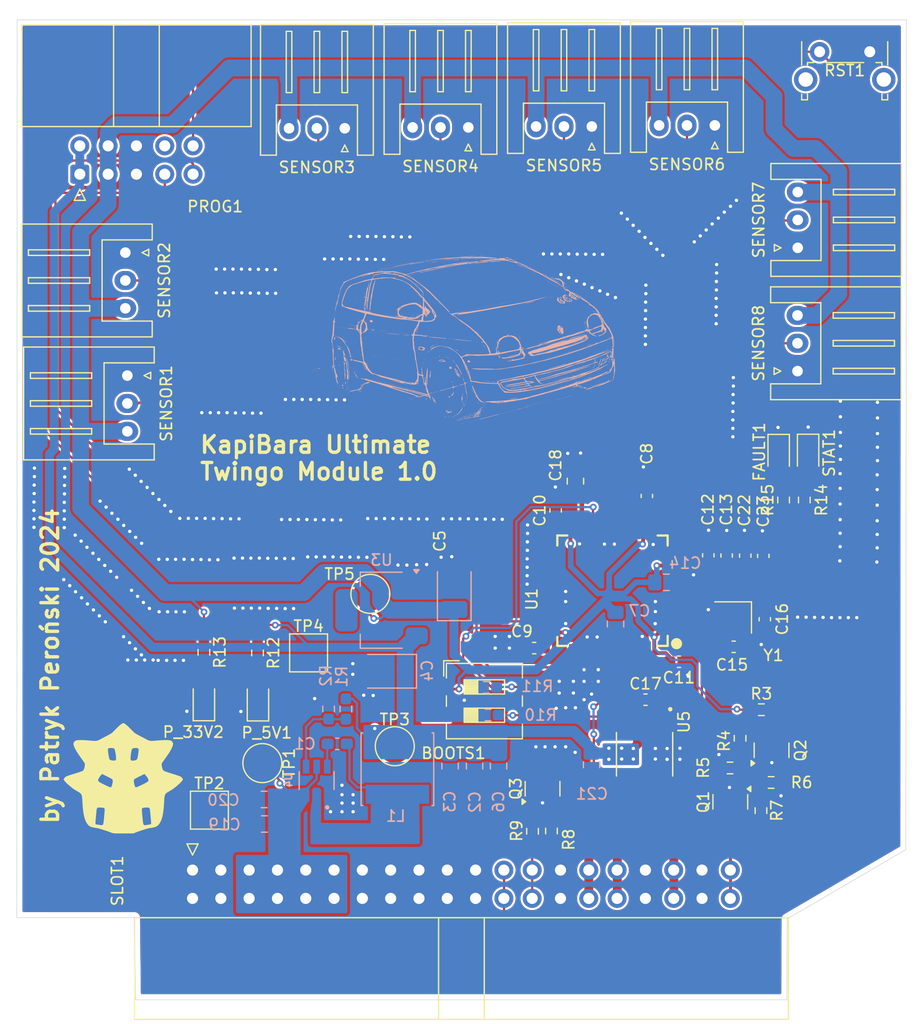
<source format=kicad_pcb>
(kicad_pcb (version 20240108) (generator "pcbnew") (generator_version "8.0")
  (layers (0 "F.Cu" signal) (31 "B.Cu" signal) (34 "B.Paste" user) (35 "F.Paste" user) (36 "B.SilkS" user "B.Silkscreen") (37 "F.SilkS" user "F.Silkscreen") (38 "B.Mask" user) (39 "F.Mask" user) (44 "Edge.Cuts" user))
  (net 0 "")
  (net 1 "CAN_H")
  (net 2 "+12V")
  (net 3 "RST")
  (net 4 "EN")
  (net 5 "GND")
  (net 6 "CAN_L")
  (net 7 "N_ERR")
  (net 11 "Net-(U1-VCAP)")
  (net 17 "Net-(U1-PH0)")
  (net 32 "Net-(Q1-G)")
  (net 39 "Net-(U1-PH1)")
  (net 41 "CAN_RX")
  (net 42 "CAN_TX")
  (net 43 "Net-(U4-SW)")
  (net 44 "Net-(U4-VBST)")
  (net 45 "+5V")
  (net 46 "+3.3V")
  (net 47 "Net-(U4-VFB)")
  (net 48 "SPLIT")
  (net 49 "/MCU/N_ERR_MOS")
  (net 50 "Net-(Q2-G)")
  (net 51 "N_RST")
  (net 52 "/MCU/SWIM")
  (net 53 "/MCU/SWDIO")
  (net 54 "/MCU/SWCLK")
  (net 55 "Net-(Q3-G)")
  (net 56 "/MCU/BOOT0")
  (net 57 "/MCU/BOOT1")
  (net 58 "/MCU/EN_PIN")
  (net 59 "SENSOR1")
  (net 60 "SENSOR2")
  (net 61 "SENSOR3")
  (net 62 "SENSOR4")
  (net 63 "SENSOR5")
  (net 64 "SENSOR6")
  (net 65 "SENSOR7")
  (net 66 "SENSOR8")
  (net 69 "Net-(P_5V1-A)")
  (net 70 "Net-(P_33V2-A)")
  (net 71 "Net-(FAULT1-A)")
  (net 72 "Net-(STAT1-A)")
  (net 73 "/MCU/STAT")
  (net 74 "/MCU/FAULT")
  (footprint "LED_SMD:LED_0805_2012Metric_Pad1.15x1.40mm_HandSolder" (layer "F.Cu") (at 98.61 99.53 90)
    (property "Reference" "P_33V2")
    (property "Value" "LED")
  )
  (footprint "Crystal:Crystal_SMD_2520-4Pin_2.5x2.0mm" (layer "F.Cu") (at 146.099999 92.125 180)
    (property "Reference" "Y1")
    (property "Value" "Crystal_GND24")
  )
  (footprint "Package_TO_SOT_SMD:SOT-23" (layer "F.Cu") (at 129 107.4875 90)
    (property "Reference" "Q3")
    (property "Value" "2N7002")
  )
  (footprint "Capacitor_SMD:C_0603_1608Metric_Pad1.08x0.95mm_HandSolder" (layer "F.Cu") (at 141.2375 96.1)
    (property "Reference" "C11")
    (property "Value" "100n")
  )
  (footprint "Capacitor_SMD:C_0603_1608Metric_Pad1.08x0.95mm_HandSolder" (layer "F.Cu") (at 146.153032 94.758973)
    (property "Reference" "C15")
    (property "Value" "22p")
  )
  (footprint "Capacitor_SMD:C_0603_1608Metric_Pad1.08x0.95mm_HandSolder" (layer "F.Cu") (at 143.874998 86.55 90)
    (property "Reference" "C12")
    (property "Value" "100n")
  )
  (footprint "LED_SMD:LED_0805_2012Metric_Pad1.15x1.40mm_HandSolder" (layer "F.Cu") (at 150.19 77.565001 -90)
    (property "Reference" "FAULT1")
    (property "Value" "LED")
  )
  (footprint "Connector_JST:JST_XH_S3B-XH-A_1x03_P2.50mm_Horizontal" (layer "F.Cu") (at 91.740001 70.43 -90)
    (property "Reference" "SENSOR1")
    (property "Value" "Conn_01x03_Pin")
  )
  (footprint "Resistor_SMD:R_0603_1608Metric_Pad0.98x0.95mm_HandSolder" (layer "F.Cu") (at 148.6375 100.4)
    (property "Reference" "R3")
    (property "Value" "10k")
  )
  (footprint "TestPoint:TestPoint_Pad_D3.0mm" (layer "F.Cu") (at 115.74 103.675)
    (property "Reference" "TP3")
    (property "Value" "TestPoint")
  )
  (footprint "Button_Switch_THT:SW_Tactile_SPST_Angled_PTS645Vx39-2LFS" (layer "F.Cu") (at 153.865 41.385)
    (property "Reference" "RST1")
    (property "Value" "SW_Push")
  )
  (footprint "Connector_JST:JST_XH_S3B-XH-A_1x03_P2.50mm_Horizontal" (layer "F.Cu") (at 122.34 48.170001 180)
    (property "Reference" "SENSOR4")
    (property "Value" "Conn_01x03_Pin")
  )
  (footprint "Connector_IDC:IDC-Header_2x20_P2.54mm_Horizontal" (layer "F.Cu") (at 97.59 114.785 90)
    (property "Reference" "SLOT1")
    (property "Value" "Conn_02x20_Counter_Clockwise" (hide yes))
  )
  (footprint "Graphics:miru_nuva" (layer "F.Cu") (at 91.4 106.54)
    (property "Reference" "G***" (hide yes))
    (property "Value" "LOGO" (hide yes))
  )
  (footprint "Resistor_SMD:R_0603_1608Metric_Pad0.98x0.95mm_HandSolder" (layer "F.Cu") (at 129.8 111.275 90)
    (property "Reference" "R8")
    (property "Value" "47k")
  )
  (footprint "Resistor_SMD:R_0603_1608Metric_Pad0.98x0.95mm_HandSolder" (layer "F.Cu") (at 150.63 81.5925 90)
    (property "Reference" "R15")
    (property "Value" "1k")
  )
  (footprint "Resistor_SMD:R_0603_1608Metric_Pad0.98x0.95mm_HandSolder" (layer "F.Cu") (at 146.725 102.9625 90)
    (property "Reference" "R4")
    (property "Value" "1k")
  )
  (footprint "Resistor_SMD:R_0603_1608Metric_Pad0.98x0.95mm_HandSolder" (layer "F.Cu") (at 128.1 111.3 -90)
    (property "Reference" "R9")
    (property "Value" "1k")
  )
  (footprint "Resistor_SMD:R_0603_1608Metric_Pad0.98x0.95mm_HandSolder" (layer "F.Cu") (at 103.42 95.3075 -90)
    (property "Reference" "R12")
    (property "Value" "1k")
  )
  (footprint "TestPoint:TestPoint_Pad_3.0x3.0mm" (layer "F.Cu") (at 99.105 109.41)
    (property "Reference" "TP2")
    (property "Value" "TestPoint")
  )
  (footprint "Capacitor_SMD:C_0603_1608Metric_Pad1.08x0.95mm_HandSolder" (layer "F.Cu") (at 138.360001 81.2275 90)
    (property "Reference" "C8")
    (property "Value" "100n")
  )
  (footprint "Capacitor_SMD:C_0603_1608Metric_Pad1.08x0.95mm_HandSolder" (layer "F.Cu") (at 145.52 86.57 90)
    (property "Reference" "C13")
    (property "Value" "100n")
  )
  (footprint "Button_Switch_SMD:SW_DIP_SPSTx02_Slide_6.7x6.64mm_W8.61mm_P2.54mm_LowProfile" (layer "F.Cu") (at 123.78 99.625)
    (property "Reference" "BOOTS1")
    (property "Value" "SW_DIP_x02")
  )
  (footprint "TestPoint:TestPoint_Pad_D3.0mm" (layer "F.Cu") (at 113.55 90.01)
    (property "Reference" "TP5")
    (property "Value" "TestPoint")
  )
  (footprint "Capacitor_SMD:C_0603_1608Metric_Pad1.08x0.95mm_HandSolder" (layer "F.Cu") (at 138.2375 99.5)
    (property "Reference" "C17")
    (property "Value" "100n")
  )
  (footprint "Connector_JST:JST_XH_S3B-XH-A_1x03_P2.50mm_Horizontal" (layer "F.Cu") (at 111.25 48.250001 180)
    (property "Reference" "SENSOR3")
    (property "Value" "Conn_01x03_Pin")
  )
  (footprint "LED_SMD:LED_0805_2012Metric_Pad1.15x1.40mm_HandSolder" (layer "F.Cu") (at 103.46 99.5475 90)
    (property "Reference" "P_5V1")
    (property "Value" "LED")
  )
  (footprint "Connector_JST:JST_XH_S3B-XH-A_1x03_P2.50mm_Horizontal" (layer "F.Cu") (at 133.420002 48.089999 180)
    (property "Reference" "SENSOR5")
    (property "Value" "Conn_01x03_Pin")
  )
  (footprint "LED_SMD:LED_0805_2012Metric_Pad1.15x1.40mm_HandSolder" (layer "F.Cu") (at 152.830001 77.552501 -90)
    (property "Reference" "STAT1")
    (property "Value" "LED")
  )
  (footprint "Capacitor_SMD:C_0805_2012Metric_Pad1.18x1.45mm_HandSolder" (layer "F.Cu") (at 131.95 79.9 90)
    (property "Reference" "C18")
    (property "Value" "4.7u")
  )
  (footprint "Capacitor_SMD:C_0603_1608Metric_Pad1.08x0.95mm_HandSolder" (layer "F.Cu") (at 148.809999 86.6025 90)
    (property "Reference" "C23")
    (property "Value" "100n")
  )
  (footprint "Resistor_SMD:R_0603_1608Metric_Pad0.98x0.95mm_HandSolder" (layer "F.Cu") (at 98.61 95.2475 -90)
    (property "Reference" "R13")
    (property "Value" "1k")
  )
  (footprint "Resistor_SMD:R_0603_1608Metric_Pad0.98x0.95mm_HandSolder" (layer "F.Cu") (at 148.6 109.45 -90)
    (property "Reference" "R7")
    (property "Value" "1k")
  )
  (footprint "STM32F412RET6:LQFP-10X10-64" (layer "F.Cu") (at 135.275001 89.725 90)
    (property "Reference" "U1")
    (property "Value" "STM32F412RET6")
  )
  (footprint "Capacitor_SMD:C_0603_1608Metric_Pad1.08x0.95mm_HandSolder" (layer "F.Cu") (at 128.25 94.875 180)
    (property "Reference" "C9")
    (property "Value" "100n")
  )
  (footprint "Capacitor_SMD:C_0603_1608Metric_Pad1.08x0.95mm_HandSolder" (layer "F.Cu") (at 147.19 86.58 90)
    (property "Reference" "C22")
    (property "Value" "100n")
  )
  (footprint "TestPoint:TestPoint_Pad_3.0x3.0mm" (layer "F.Cu") (at 108.005 95.305)
    (property "Reference" "TP4")
    (property "Value" "TestPoint")
  )
  (footprint "Capacitor_SMD:C_0603_1608Metric_Pad1.08x0.95mm_HandSolder" (layer "F.Cu") (at 148.946103 92.284099 -90)
    (property "Reference" "C16")
    (property "Value" "22p")
  )
  (footprint "Capacitor_SMD:C_0603_1608Metric_Pad1.08x0.95mm_HandSolder" (layer "F.Cu") (at 130.175 82.525 90)
    (property "Reference" "C10")
    (property "Value" "100n")
  )
  (footprint "Resistor_SMD:R_0603_1608Metric_Pad0.98x0.95mm_HandSolder" (layer "F.Cu") (at 145.825 105.625)
    (property "Reference" "R5")
    (property "Value" "47k")
  )
  (footprint "Package_TO_SOT_SMD:SOT-23" (layer "F.Cu") (at 149.55 104.0375 90)
    (property "Reference" "Q2")
    (property "Value" "2N7002")
  )
  (footprint "Connector_JST:JST_XH_S3B-XH-A_1x03_P2.50mm_Horizontal" (layer "F.Cu") (at 91.56 59.4 -90)
    (property "Reference" "SENSOR2")
    (property "Value" "Conn_01x03_Pin")
  )
  (footprint "Resistor_SMD:R_0603_1608Metric_Pad0.98x0.95mm_HandSolder" (layer "F.Cu") (at 152.49 81.5925 90)
    (property "Reference" "R14")
    (property "Value" "1k")
  )
  (footprint "SN65HVD1040D:SOIC127P599X175-8N" (layer "F.Cu") (at 138.155 104.395001 -90)
    (property "Reference" "U5")
    (property "Value" "SN65HVD1040D")
  )
  (footprint "Connector_IDC:IDC-Header_2x05_P2.54mm_Horizontal" (layer "F.Cu") (at 87.475 52.365 90)
    (property "Reference" "PROG1")
    (property "Value" "Conn_02x05_Counter_Clockwise" (hide yes))
  )
  (footprint "Resistor_SMD:R_0603_1608Metric_Pad0.98x0.95mm_HandSolder" (layer "F.Cu") (at 149.5125 106.925 180)
    (property "Reference" "R6")
    (property "Value" "47k")
  )
  (footprint "TestPoint:TestPoint_Pad_D3.0mm" (layer "F.Cu") (at 103.855 105.19 -90)
    (property "Reference" "TP1")
    (property "Value" "TestPoint")
  )
  (footprint "Package_TO_SOT_SMD:SOT-23" (layer "F.Cu") (at 145.85 108.662499 -90)
    (property "Reference" "Q1")
    (property "Value" "2N7002")
  )
  (footprint "Connector_JST:JST_XH_S3B-XH-A_1x03_P2.50mm_Horizontal" (layer "F.Cu") (at 144.46 47.99 180)
    (property "Reference" "SENSOR6")
    (property "Value" "Conn_01x03_Pin")
  )
  (footprint "Connector_JST:JST_XH_S3B-XH-A_1x03_P2.50mm_Horizontal" (layer "F.Cu") (at 151.88 70.030001 90)
    (property "Reference" "SENSOR8")
    (property "Value" "Conn_01x03_Pin")
  )
  (footprint "Connector_JST:JST_XH_S3B-XH-A_1x03_P2.50mm_Horizontal" (layer "F.Cu") (at 151.9 58.97 90)
    (property "Reference" "SENSOR7")
    (property "Value" "Conn_01x03_Pin")
  )
  (footprint "Capacitor_SMD:C_0805_2012Metric_Pad1.18x1.45mm_HandSolder" (layer "B.Cu") (at 104.0125 108.45 180)
    (property "Reference" "C20")
    (property "Value" "22u")
  )
  (footprint "Capacitor_SMD:C_0805_2012Metric_Pad1.18x1.45mm_HandSolder" (layer "B.Cu") (at 122.9 105.45 -90)
    (property "Reference" "C2")
    (property "Value" "22u")
  )
  (footprint "Capacitor_Tantalum_SMD:CP_EIA-3528-21_Kemet-B_Pad1.50x2.35mm_HandSolder" (layer "B.Cu") (at 121.075 89.775 90)
    (property "Reference" "C5")
    (property "Value" "10u")
  )
  (footprint "Graphics:twingo1" (layer "B.Cu") (at 121.88 68.28 180)
    (property "Reference" "G***" (hide yes))
    (property "Value" "LOGO" (hide yes))
  )
  (footprint "Capacitor_SMD:C_0805_2012Metric_Pad1.18x1.45mm_HandSolder" (layer "B.Cu") (at 133.4 105.3375 -90)
    (property "Reference" "C21")
    (property "Value" "10u")
  )
  (footprint "Capacitor_SMD:C_0805_2012Metric_Pad1.18x1.45mm_HandSolder" (layer "B.Cu") (at 140.1125 88.975)
    (property "Reference" "C14")
    (property "Value" "10u")
  )
  (footprint "Capacitor_SMD:C_0805_2012Metric_Pad1.18x1.45mm_HandSolder" (layer "B.Cu") (at 120.7 105.45 -90)
    (property "Reference" "C3")
    (property "Value" "22u")
  )
  (footprint "Capacitor_SMD:C_0805_2012Metric_Pad1.18x1.45mm_HandSolder" (layer "B.Cu") (at 104.0375 110.65 180)
    (property "Reference" "C19")
    (property "Value" "22u")
  )
  (footprint "Capacitor_SMD:C_0603_1608Metric_Pad1.08x0.95mm_HandSolder" (layer "B.Cu") (at 110.575 103.4625)
    (property "Reference" "C1")
    (property "Value" "100n")
  )
  (footprint "Resistor_SMD:R_0603_1608Metric_Pad0.98x0.95mm_HandSolder" (layer "B.Cu") (at 109.8 100.325001 90)
    (property "Reference" "R2")
    (property "Value" "10k")
  )
  (footprint "Resistor_SMD:R_0603_1608Metric_Pad0.98x0.95mm_HandSolder" (layer "B.Cu") (at 124.1125 100.875 180)
    (property "Reference" "R10")
    (property "Value" "10k")
  )
  (footprint "TPS563201DDCR:SOT95P280X110-6N" (layer "B.Cu") (at 108.724999 106.757501 90)
    (property "Reference" "U4")
    (property "Value" "TPS563201DDCR")
  )
  (footprint "Resistor_SMD:R_0603_1608Metric_Pad0.98x0.95mm_HandSolder" (layer "B.Cu") (at 111.35 100.3375 -90)
    (property "Reference" "R1")
    (property "Value" "54.9k")
  )
  (footprint "Inductor_SMD:L_Changjiang_FNR6045S" (layer "B.Cu") (at 115.975 105.7375 90)
    (property "Reference" "L1")
    (property "Value" "4.7u")
  )
  (footprint "Resistor_SMD:R_0603_1608Metric_Pad0.98x0.95mm_HandSolder" (layer "B.Cu") (at 123.9625 98.4 180)
    (property "Reference" "R11")
    (property "Value" "10k")
  )
  (footprint "Package_TO_SOT_SMD:SOT-223" (layer "B.Cu") (at 114.549999 91.475 180)
    (property "Reference" "U3")
    (property "Value" "LM1117MP-3.3")
  )
  (footprint "Capacitor_SMD:C_0805_2012Metric_Pad1.18x1.45mm_HandSolder" (layer "B.Cu") (at 125.05 105.45 -90)
    (property "Reference" "C6")
    (property "Value" "22u")
  )
  (footprint "Capacitor_Tantalum_SMD:CP_EIA-3528-21_Kemet-B_Pad1.50x2.35mm_HandSolder" (layer "B.Cu") (at 115.05 96.95 180)
    (property "Reference" "C4")
    (property "Value" "10u")
  )
  (footprint "Capacitor_SMD:C_0805_2012Metric_Pad1.18x1.45mm_HandSolder" (layer "B.Cu") (at 135.55 92.7125 -90)
    (property "Reference" "C7")
    (property "Value" "10u")
  )
  (gr_line (start 150.92 126.42) (end 150.95 119.165) (stroke (width 0.05)) (layer "Edge.Cuts"))
  (gr_line (start 92.46 126.42) (end 92.38 119.055) (stroke (width 0.05)) (layer "Edge.Cuts"))
  (gr_line (start 92.38 119.055) (end 81.825 119.05) (stroke (width 0.05)) (layer "Edge.Cuts"))
  (gr_line (start 81.825 119.05) (end 81.85 38.525) (stroke (width 0.05)) (layer "Edge.Cuts"))
  (gr_line (start 81.85 38.525) (end 161.65 38.525) (stroke (width 0.05)) (layer "Edge.Cuts"))
  (gr_line (start 150.95 119.165) (end 161.6 112.95) (stroke (width 0.05)) (layer "Edge.Cuts"))
  (gr_line (start 161.6 112.95) (end 161.65 38.525) (stroke (width 0.05)) (layer "Edge.Cuts"))
  (gr_line (start 150.92 126.42) (end 92.46 126.42) (stroke (width 0.05)) (layer "Edge.Cuts"))
  (gr_text "KapiBara Ultimate \nTwingo Module 1.0" (at 98.12 79.92 0) (layer "F.SilkS") (effects (font (size 1.5 1.5) (thickness 0.3) (bold yes)) (justify left bottom)))
  (gr_text "by Patryk Peroński 2024" (at 85.68 110.78 90) (layer "F.SilkS") (effects (font (size 1.5 1.5) (thickness 0.3) (bold yes)) (justify left bottom)))
  (segment (start 140.785 112.21) (end 140.785 115.225) (width 0.8) (layer "F.Cu") (net 1))
  (segment (start 138.789999 110.214999) (end 140.785 112.21) (width 0.8) (layer "F.Cu") (net 1))
  (segment (start 138.789999 106.865001) (end 138.789999 110.214999) (width 0.8) (layer "F.Cu") (net 1))
  (segment (start 140.785 117.765001) (end 140.785 115.225) (width 0.8) (layer "F.Cu") (net 1))
  (segment (start 105.425 106.76) (end 103.855 105.19) (width 0.2) (layer "F.Cu") (net 2))
  (segment (start 105.425 106.995) (end 105.425 106.76) (width 0.2) (layer "F.Cu") (net 2))
  (via (at 105.425 106.995) (size 0.6) (drill 0.3) (layers "F.Cu" "B.Cu") (net 2))
  (segment (start 108.724999 106.625001) (end 108.724999 105.502501) (width 0.2) (layer "B.Cu") (net 2))
  (segment (start 107.775 107.575) (end 108.724999 106.625001) (width 0.2) (layer "B.Cu") (net 2))
  (segment (start 105.45 106.995) (end 105.425 106.995) (width 0.2) (layer "B.Cu") (net 2))
  (segment (start 105.425 106.995) (end 105.425 106.97) (width 0.2) (layer "B.Cu") (net 2))
  (segment (start 106.135 107.68) (end 105.45 106.995) (width 0.2) (layer "B.Cu") (net 2))
  (segment (start 106.135 107.83) (end 106.135 107.68) (width 0.2) (layer "B.Cu") (net 2))
  (segment (start 107.775 108.0125) (end 107.775 107.575) (width 0.2) (layer "B.Cu") (net 2))
  (segment (start 105.425 106.97) (end 105.405 106.95) (width 0.2) (layer "B.Cu") (net 2))
  (segment (start 126.375 120.425) (end 146.925 120.425) (width 0.2) (layer "F.Cu") (net 3))
  (segment (start 125.545 119.595) (end 126.375 120.425) (width 0.2) (layer "F.Cu") (net 3))
  (segment (start 146.925 120.425) (end 148.6 118.75) (width 0.2) (layer "F.Cu") (net 3))
  (segment (start 125.545 117.765001) (end 125.545 115.225001) (width 0.2) (layer "F.Cu") (net 3))
  (segment (start 148.6 118.75) (end 148.6 109.8625) (width 0.2) (layer "F.Cu") (net 3))
  (segment (start 125.545 117.765001) (end 125.545 119.595) (width 0.2) (layer "F.Cu") (net 3))
  (segment (start 128.07 114.785) (end 128.07 112.2425) (width 0.2) (layer "F.Cu") (net 4))
  (segment (start 128.07 112.2425) (end 128.1 112.2125) (width 0.2) (layer "F.Cu") (net 4))
  (segment (start 128.07 117.325) (end 128.07 114.785) (width 0.2) (layer "F.Cu") (net 4))
  (via (at 110.47 72.61) (size 0.6) (drill 0.3) (layers "F.Cu" "B.Cu") (net 5))
  (via (at 126.025 94.875) (size 0.6) (drill 0.3) (layers "F.Cu" "B.Cu") (net 5))
  (via (at 116.34 83.275) (size 0.6) (drill 0.3) (layers "F.Cu" "B.Cu") (net 5))
  (via (at 100.69 73.76) (size 0.6) (drill 0.3) (layers "F.Cu" "B.Cu") (net 5))
  (via (at 107.09 83.34) (size 0.6) (drill 0.3) (layers "F.Cu" "B.Cu") (net 5))
  (via (at 146.080001 74.41) (size 0.6) (drill 0.3) (layers "F.Cu" "B.Cu") (net 5))
  (via (at 111 108.025) (size 0.6) (drill 0.3) (layers "F.Cu" "B.Cu") (net 5))
  (via (at 140.175 104.85) (size 0.6) (drill 0.3) (layers "F.Cu" "B.Cu") (net 5))
  (via (at 137.95 93.825) (size 0.6) (drill 0.3) (layers "F.Cu" "B.Cu") (net 5))
  (via (at 101.22 60.88) (size 0.6) (drill 0.3) (layers "F.Cu" "B.Cu") (net 5))
  (via (at 143.875 91.425) (size 0.6) (drill 0.3) (layers "F.Cu" "B.Cu") (net 5))
  (via (at 131.075 100.225) (size 0.6) (drill 0.3) (layers "F.Cu" "B.Cu") (net 5))
  (via (at 132.725 97.86) (size 0.6) (drill 0.3) (layers "F.Cu" "B.Cu") (net 5))
  (via (at 91.939339 94.391056) (size 0.6) (drill 0.3) (layers "F.Cu" "B.Cu") (net 5))
  (via (at 91.401938 93.853653) (size 0.6) (drill 0.3) (layers "F.Cu" "B.Cu") (net 5))
  (via (at 134.837852 63.139161) (size 0.6) (drill 0.3) (layers "F.Cu" "B.Cu") (net 5))
  (via (at 101.35 91.29) (size 0.6) (drill 0.3) (layers "F.Cu" "B.Cu") (net 5))
  (via (at 100.24 83.26) (size 0.6) (drill 0.3) (layers "F.Cu" "B.Cu") (net 5))
  (via (at 116.33 57.99) (size 0.6) (drill 0.3) (layers "F.Cu" "B.Cu") (net 5))
  (via (at 89.222599 91.977599) (size 0.6) (drill 0.3) (layers "F.Cu" "B.Cu") (net 5))
  (via (at 159.055 74.23) (size 0.6) (drill 0.3) (layers "F.Cu" "B.Cu") (net 5))
  (via (at 126.025 93.825) (size 0.6) (drill 0.3) (layers "F.Cu" "B.Cu") (net 5))
  (via (at 132.11 59.54) (size 0.6) (drill 0.3) (layers "F.Cu" "B.Cu") (net 5))
  (via (at 148.73 84.36) (size 0.6) (drill 0.3) (layers "F.Cu" "B.Cu") (net 5))
  (via (at 83.400001 79.489999) (size 0.6) (drill 0.3) (layers "F.Cu" "B.Cu") (net 5))
  (via (at 95.32 86.91) (size 0.6) (drill 0.3) (layers "F.Cu" "B.Cu") (net 5))
  (via (at 155.705 83.35) (size 0.6) (drill 0.3) (layers "F.Cu" "B.Cu") (net 5))
  (via (at 159.055 75.63) (size 0.6) (drill 0.3) (layers "F.Cu" "B.Cu") (net 5))
  (via (at 86.100001 81.04) (size 0.6) (drill 0.3) (layers "F.Cu" "B.Cu") (net 5))
  (via (at 111 107.175) (size 0.6) (drill 0.3) (layers "F.Cu" "B.Cu") (net 5))
  (via (at 91.785001 95.94) (size 0.6) (drill 0.3) (layers "F.Cu" "B.Cu") (net 5))
  (via (at 106.66 91.33) (size 0.6) (drill 0.3) (layers "F.Cu" "B.Cu") (net 5))
  (via (at 109.435 86.69) (size 0.6) (drill 0.3) (layers "F.Cu" "B.Cu") (net 5))
  (via (at 105.58 83.34) (size 0.6) (drill 0.3) (layers "F.Cu" "B.Cu") (net 5))
  (via (at 101.76 83.28) (size 0.6) (drill 0.3) (layers "F.Cu" "B.Cu") (net 5))
  (via (at 159.055 72.83) (size 0.6) (drill 0.3) (layers "F.Cu" "B.Cu") (net 5))
  (via (at 131.95 100.225) (size 0.6) (drill 0.3) (layers "F.Cu" "B.Cu") (net 5))
  (via (at 97.59 86.93) (size 0.6) (drill 0.3) (layers "F.Cu" "B.Cu") (net 5))
  (via (at 123.865 83.3) (size 0.6) (drill 0.3) (layers "F.Cu" "B.Cu") (net 5))
  (via (at 96.86 91.615) (size 0.6) (drill 0.3) (layers "F.Cu" "B.Cu") (net 5))
  (via (at 155.73 72.725) (size 0.6) (drill 0.3) (layers "F.Cu" "B.Cu") (net 5))
  (via (at 87.63161 90.358325) (size 0.6) (drill 0.3) (layers "F.Cu" "B.Cu") (net 5))
  (via (at 88.115661 85.828944) (size 0.6) (drill 0.3) (layers "F.Cu" "B.Cu") (net 5))
  (via (at 132.725 99.5) (size 0.6) (drill 0.3) (layers "F.Cu" "B.Cu") (net 5))
  (via (at 112 108.025) (size 0.6) (drill 0.3) (layers "F.Cu" "B.Cu") (net 5))
  (via (at 138.250001 64.6) (size 0.6) (drill 0.3) (layers "F.Cu" "B.Cu") (net 5))
  (via (at 124.75 94.875) (size 0.6) (drill 0.3) (layers "F.Cu" "B.Cu") (net 5))
  (via (at 159.03 84.68) (size 0.6) (drill 0.3) (layers "F.Cu" "B.Cu") (net 5))
  (via (at 138.27 63.079999) (size 0.6) (drill 0.3) (layers "F.Cu" "B.Cu") (net 5))
  (via (at 110.95 59.97) (size 0.6) (drill 0.3) (layers "F.Cu" "B.Cu") (net 5))
  (via (at 94.055 95.94) (size 0.6) (drill 0.3) (layers "F.Cu" "B.Cu") (net 5))
  (via (at 102.21 73.78) (size 0.6) (drill 0.3) (layers "F.Cu" "B.Cu") (net 5))
  (via (at 145.862599 55.247401) (size 0.6) (drill 0.3) (layers "F.Cu" "B.Cu") (net 5))
  (via (at 134 96.81) (size 0.6) (drill 0.3) (layers "F.Cu" "B.Cu") (net 5))
  (via (at 134.55 85.55) (size 0.6) (drill 0.3) (layers "F.Cu" "B.Cu") (net 5))
  (via (at 138.23 65.36) (size 0.6) (drill 0.3) (layers "F.Cu" "B.Cu") (net 5))
  (via (at 86.570949 89.269379) (size 0.6) (drill 0.3) (layers "F.Cu" "B.Cu") (net 5))
  (via (at 88.154868 90.909868) (size 0.6) (drill 0.3) (layers "F.Cu" "B.Cu") (net 5))
  (via (at 146.120001 70.61) (size 0.6) (drill 0.3) (layers "F.Cu" "B.Cu") (net 5))
  (via (at 115.58 83.255) (size 0.6) (drill 0.3) (layers "F.Cu" "B.Cu") (net 5))
  (via (at 102.01 63.01) (size 0.6) (drill 0.3) (layers "F.Cu" "B.Cu") (net 5))
  (via (at 138.229999 67.63) (size 0.6) (drill 0.3) (layers "F.Cu" "B.Cu") (net 5))
  (via (at 136.07 55.86) (size 0.6) (drill 0.3) (layers "F.Cu" "B.Cu") (net 5))
  (via (at 142.55 88.3) (size 0.6) (drill 0.3) (layers "F.Cu" "B.Cu") (net 5))
  (via (at 140.175 103.874998) (size 0.6) (drill 0.3) (layers "F.Cu" "B.Cu") (net 5))
  (via (at 111.23 72.61) (size 0.6) (drill 0.3) (layers "F.Cu" "B.Cu") (net 5))
  (via (at 111 108.775) (size 0.6) (drill 0.3) (layers "F.Cu" "B.Cu") (net 5))
  (via (at 156.44 92.14) (size 0.6) (drill 0.3) (layers "F.Cu" "B.Cu") (net 5))
  (via (at 130.649507 61.360995) (size 0.6) (drill 0.3) (layers "F.Cu" "B.Cu") (net 5))
  (via (at 94.505 95.97) (size 0.6) (drill 0.3) (layers "F.Cu" "B.Cu") (net 5))
  (via (at 97.96 83.24) (size 0.6) (drill 0.3) (layers "F.Cu" "B.Cu") (net 5))
  (via (at 95.104051 82.07562) (size 0.6) (drill 0.3) (layers "F.Cu" "B.Cu") (net 5))
  (via (at 101.25 63.01) (size 0.6) (drill 0.3) (layers "F.Cu" "B.Cu") (net 5))
  (via (at 146.100002 72.89) (size 0.6) (drill 0.3) (layers "F.Cu" "B.Cu") (net 5))
  (via (at 114.82 83.255) (size 0.6) (drill 0.3) (layers "F.Cu" "B.Cu") (net 5))
  (via (at 155.705 81.95) (size 0.6) (drill 0.3) (layers "F.Cu" "B.Cu") (net 5))
  (via (at 115.57 57.97) (size 0.6) (drill 0.3) (layers "F.Cu" "B.Cu") (net 5))
  (via (at 146.080001 75.16) (size 0.6) (drill 0.3) (layers "F.Cu" "B.Cu") (net 5))
  (via (at 97.08 100.54) (size 0.6) (drill 0.3) (layers "F.Cu" "B.Cu") (net 5))
  (via (at 101 83.28) (size 0.6) (drill 0.3) (layers "F.Cu" "B.Cu") (net 5))
  (via (at 94.590001 91.615) (size 0.6) (drill 0.3) (layers "F.Cu" "B.Cu") (net 5))
  (via (at 90.355659 82.778945) (size 0.6) (drill 0.3) (layers "F.Cu" "B.Cu") (net 5))
  (via (at 146.4 54.71) (size 0.6) (drill 0.3) (layers "F.Cu" "B.Cu") (net 5))
  (via (at 144.62 61.229999) (size 0.6) (drill 0.3) (layers "F.Cu" "B.Cu") (net 5))
  (via (at 99.11 86.95) (size 0.6) (drill 0.3) (layers "F.Cu" "B.Cu") (net 5))
  (via (at 110.955 86.71) (size 0.6) (drill 0.3) (layers "F.Cu" "B.Cu") (net 5))
  (via (at 133 93.875) (size 0.6) (drill 0.3) (layers "F.Cu" "B.Cu") (net 5))
  (via (at 99.74 63.01) (size 0.6) (drill 0.3) (layers "F.Cu" "B.Cu") (net 5))
  (via (at 117.7 87.4) (size 0.6) (drill 0.3) (layers "F.Cu" "B.Cu") (net 5))
  (via (at 131.35 59.52) (size 0.6) (drill 0.3) (layers "F.Cu" "B.Cu") (net 5))
  (via (at 159.055 78.055) (size 0.6) (drill 0.3) (layers "F.Cu" "B.Cu") (net 5))
  (via (at 92.462599 94.9426) (size 0.6) (drill 0.3) (layers "F.Cu" "B.Cu") (net 5))
  (via (at 94.03632 81.007889) (size 0.6) (drill 0.3) (layers "F.Cu" "B.Cu") (net 5))
  (via (at 106.68 72.57) (size 0.6) (drill 0.3) (layers "F.Cu" "B.Cu") (net 5))
  (via (at 131.075001 89.799999) (size 0.6) (drill 0.3) (layers "F.Cu" "B.Cu") (net 5))
  (via (at 111 109.55) (size 0.6) (drill 0.3) (layers "F.Cu" "B.Cu") (net 5))
  (via (at 145.311055 55.77066) (size 0.6) (drill 0.3) (layers "F.Cu" "B.Cu") (net 5))
  (via (at 155.689999 92.14) (size 0.6) (drill 0.3) (layers "F.Cu" "B.Cu") (net 5))
  (via (at 142.075 97.4) (size 0.6) (drill 0.3) (layers "F.Cu" "B.Cu") (net 5))
  (via (at 100.5 63.01) (size 0.6) (drill 0.3) (layers "F.Cu" "B.Cu") (net 5))
  (via (at 112.47 59.99) (size 0.6) (drill 0.3) (layers "F.Cu" "B.Cu") (net 5))
  (via (at 83.400001 78.73) (size 0.6) (drill 0.3) (layers "F.Cu" "B.Cu") (net 5))
  (via (at 83.36 84.04) (size 0.6) (drill 0.3) (layers "F.Cu" "B.Cu") (net 5))
  (via (at 131.351656 61.651835) (size 0.6) (drill 0.3) (layers "F.Cu" "B.Cu") (net 5))
  (via (at 131.075 92.675) (size 0.6) (drill 0.3) (layers "F.Cu" "B.Cu") (net 5))
  (via (at 86.12 79.519999) (size 0.6) (drill 0.3) (layers "F.Cu" "B.Cu") (net 5))
  (via (at 139.11 92.68) (size 0.6) (drill 0.3) (layers "F.Cu" "B.Cu") (net 5))
  (via (at 100.47 60.88) (size 0.6) (drill 0.3) (layers "F.Cu" "B.Cu") (net 5))
  (via (at 88.653062 86.366346) (size 0.6) (drill 0.3) (layers "F.Cu" "B.Cu") (net 5))
  (via (at 132.044565 61.938848) (size 0.6) (drill 0.3) (layers "F.Cu" "B.Cu") (net 5))
  (via (at 90.244051 87.98562) (size 0.6) (drill 0.3) (layers "F.Cu" "B.Cu") (net 5))
  (via (at 152.649999 92.1) (size 0.6) (drill 0.3) (layers "F.Cu" "B.Cu") (net 5))
  (via (at 152.84 75.05) (size 0.6) (drill 0.3) (layers "F.Cu" "B.Cu") (net 5))
  (via (at 113.235 86.73) (size 0.6) (drill 0.3) (layers "F.Cu" "B.Cu") (net 5))
  (via (at 96.83 86.91) (size 0.6) (drill 0.3) (layers "F.Cu" "B.Cu") (net 5))
  (via (at 117.86 83.295) (size 0.6) (drill 0.3) (layers "F.Cu" "B.Cu") (net 5))
  (via (at 133.9 93.875) (size 0.6) (drill 0.3) (layers "F.Cu" "B.Cu") (net 5))
  (via (at 99.48 83.26) (size 0.6) (drill 0.3) (layers "F.Cu" "B.Cu") (net 5))
  (via (at 113.99 60.01) (size 0.6) (drill 0.3) (layers "F.Cu" "B.Cu") (net 5))
  (via (at 93 95.48) (size 0.6) (drill 0.3) (layers "F.Cu" "B.Cu") (net 5))
  (via (at 143.15438 57.899051) (size 0.6) (drill 0.3) (layers "F.Cu" "B.Cu") (net 5))
  (via (at 112.475 86.73) (size 0.6) (drill 0.3) (layers "F.Cu" "B.Cu") (net 5))
  (via (at 139.124999 104.824999) (size 0.6) (drill 0.3) (layers "F.Cu" "B.Cu") (net 5))
  (via (at 99.18 73.76) (size 0.6) (drill 0.3) (layers "F.Cu" "B.Cu") (net 5))
  (via (at 136.607401 56.397401) (size 0.6) (drill 0.3) (layers "F.Cu" "B.Cu") (net 5))
  (via (at 111.975 96.275) (size 0.6) (drill 0.3) (layers "F.Cu" "B.Cu") (net 5))
  (via (at 96.45 83.24) (size 0.6) (drill 0.3) (layers "F.Cu" "B.Cu") (net 5))
  (via (at 89.295 81.69) (size 0.6) (drill 0.3) (layers "F.Cu" "B.Cu") (net 5))
  (via (at 146.1 72.13) (size 0.6) (drill 0.3) (layers "F.Cu" "B.Cu") (net 5))
  (via (at 111.71 59.97) (size 0.6) (drill 0.3) (layers "F.Cu" "B.Cu") (net 5))
  (via (at 157.199999 92.140001) (size 0.6) (drill 0.3) (layers "F.Cu" "B.Cu") (net 5))
  (via (at 132.325 85.525) (size 0.6) (drill 0.3) (layers "F.Cu" "B.Cu") (net 5))
  (via (at 103.62 91.29) (size 0.6) (drill 0.3) (layers "F.Cu" "B.Cu") (net 5))
  (via (at 110.13 83.38) (size 0.6) (drill 0.3) (layers "F.Cu" "B.Cu") (net 5))
  (via (at 116.825 87.425) (size 0.6) (drill 0.3) (layers "F.Cu" "B.Cu") (net 5))
  (via (at 92.65674 90.228456) (size 0.6) (drill 0.3) (layers "F.Cu" "B.Cu") (net 5))
  (via (at 102.86 91.29) (size 0.6) (drill 0.3) (layers "F.Cu" "B.Cu") (net 5))
  (via (at 144.62 60.47) (size 0.6) (drill 0.3) (layers "F.Cu" "B.Cu") (net 5))
  (via (at 94.573722 81.54529) (size 0.6) (drill 0.3) (layers "F.Cu" "B.Cu") (net 5))
  (via (at 91.41632 83.867889) (size 0.6) (drill 0.3) (layers "F.Cu" "B.Cu") (net 5))
  (via (at 131.77 98.905) (size 0.6) (drill 0.3) (layers "F.Cu" "B.Cu") (net 5))
  (via (at 124.75 93.825) (size 0.6) (drill 0.3) (layers "F.Cu" "B.Cu") (net 5))
  (via (at 155.73 76.75) (size 0.6) (drill 0.3) (layers "F.Cu" "B.Cu") (net 5))
  (via (at 127.614999 87.625) (size 0.6) (drill 0.3) (layers "F.Cu" "B.Cu") (net 5))
  (via (at 146.08 75.92) (size 0.6) (drill 0.3) (layers "F.Cu" "B.Cu") (net 5))
  (via (at 144.58 64.27) (size 0.6) (drill 0.3) (layers "F.Cu" "B.Cu") (net 5))
  (via (at 128.4 103.725) (size 0.6) (drill 0.3) (layers "F.Cu" "B.Cu") (net 5))
  (via (at 117.09 57.99) (size 0.6) (drill 0.3) (layers "F.Cu" "B.Cu") (net 5))
  (via (at 86.08 81.8) (size 0.6) (drill 0.3) (layers "F.Cu" "B.Cu") (net 5))
  (via (at 138.23 66.87) (size 0.6) (drill 0.3) (layers "F.Cu" "B.Cu") (net 5))
  (via (at 121.585 83.28) (size 0.6) (drill 0.3) (layers "F.Cu" "B.Cu") (net 5))
  (via (at 139.259051 59.10562) (size 0.6) (drill 0.3) (layers "F.Cu" "B.Cu") (net 5))
  (via (at 131.075 103.725) (size 0.6) (drill 0.3) (layers "F.Cu" "B.Cu") (net 5))
  (via (at 95.641452 82.613022) (size 0.6) (drill 0.3) (layers "F.Cu" "B.Cu") (net 5))
  (via (at 96.015 95.97) (size 0.6) (drill 0.3) (layers "F.Cu" "B.Cu") (net 5))
  (via (at 132.746714 62.229687) (size 0.6) (drill 0.3) (layers "F.Cu" "B.Cu") (net 5))
  (via (at 93.021452 85.473022) (size 0.6) (drill 0.3) (layers "F.Cu" "B.Cu") (net 5))
  (via (at 98.42 73.76) (size 0.6) (drill 0.3) (layers "F.Cu" "B.Cu") (net 5))
  (via (at 113.8 99.125) (size 0.6) (drill 0.3) (layers "F.Cu" "B.Cu") (net 5))
  (via (at 87.094209 89.820923) (size 0.6) (drill 0.3) (layers "F.Cu" "B.Cu") (net 5))
  (via (at 108.55 99.4) (size 0.6) (drill 0.3) (layers "F.Cu" "B.Cu") (net 5))
  (via (at 129.225 103.725) (size 0.6) (drill 0.3) (layers "F.Cu" "B.Cu") (net 5))
  (via (at 83.360001 82.53) (size 0.6) (drill 0.3) (layers "F.Cu" "B.Cu") (net 5))
  (via (at 120.85 86.675) (size 0.6) (drill 0.3) (layers "F.Cu" "B.Cu") (net 5))
  (via (at 110.89 83.38) (size 0.6) (drill 0.3) (layers "F.Cu" "B.Cu") (net 5))
  (via (at 154.170001 92.12) (size 0.6) (drill 0.3) (layers "F.Cu" "B.Cu") (net 5))
  (via (at 96.07 86.91) (size 0.6) (drill 0.3) (layers "F.Cu" "B.Cu") (net 5))
  (via (at 112.54 57.95) (size 0.6) (drill 0.3) (layers "F.Cu" "B.Cu") (net 5))
  (via (at 105.92 72.57) (size 0.6) (drill 0.3) (layers "F.Cu" "B.Cu") (net 5))
  (via (at 147.12 84.31) (size 0.6) (drill 0.3) (layers "F.Cu" "B.Cu") (net 5))
  (via (at 130.495 98.905) (size 0.6) (drill 0.3) (layers "F.Cu" "B.Cu") (net 5))
  (via (at 113.23 59.99) (size 0.6) (drill 0.3) (layers "F.Cu" "B.Cu") (net 5))
  (via (at 92.119339 89.691053) (size 0.6) (drill 0.3) (layers "F.Cu" "B.Cu") (net 5))
  (via (at 87.592401 85.2774) (size 0.6) (drill 0.3) (layers "F.Cu" "B.Cu") (net 5))
  (via (at 102.74 60.9) (size 0.6) (drill 0.3) (layers "F.Cu" "B.Cu") (net 5))
  (via (at 86.099999 80.28) (size 0.6) (drill 0.3) (layers "F.Cu" "B.Cu") (net 5))
  (via (at 149.575 105.15) (size 0.6) (drill 0.3) (layers "F.Cu" "B.Cu") (net 5))
  (via (at 93.295001 95.94) (size 0.6) (drill 0.3) (layers "F.Cu" "B.Cu") (net 5))
  (via (at 110.195 86.69) (size 0.6) (drill 0.3) (layers "F.Cu" "B.Cu") (net 5))
  (via (at 109.975 109.55) (size 0.6) (drill 0.3) (layers "F.Cu" "B.Cu") (net 5))
  (via (at 130.495 97.855) (size 0.6) (drill 0.3) (layers "F.Cu" "B.Cu") (net 5))
  (via (at 127.655001 84.585) (size 0.6) (drill 0.3) (layers "F.Cu" "B.Cu") (net 5))
  (via (at 93.717401 91.3174) (size 0.6) (drill 0.3) (layers "F.Cu" "B.Cu") (net 5))
  (via (at 89.832401 82.227401) (size 0.6) (drill 0.3) (layers "F.Cu" "B.Cu") (net 5))
  (via (at 112 108.775) (size 0.6) (drill 0.3) (layers "F.Cu" "B.Cu") (net 5))
  (via (at 137.130659 56.948945) (size 0.6) (drill 0.3) (layers "F.Cu" "B.Cu") (net 5))
  (via (at 106.625 86.84) (size 0.6) (drill 0.3) (layers "F.Cu" "B.Cu") (net 5))
  (via (at 124.625 83.32) (size 0.6) (drill 0.3) (layers "F.Cu" "B.Cu") (net 5))
  (via (at 103.585 86.8) (size 0.6) (drill 0.3) (layers "F.Cu" "B.Cu") (net 5))
  (via (at 111.975 97.225) (size 0.6) (drill 0.3) (layers "F.Cu" "B.Cu") (net 5))
  (via (at 137.668063 57.486345) (size 0.6) (drill 0.3) (layers "F.Cu" "B.Cu") (net 5))
  (via (at 133.4 99) (size 0.6) (drill 0.3) (layers "F.Cu" "B.Cu") (net 5))
  (via (at 138.05 78.62) (size 0.6) (drill 0.3) (layers "F.Cu" "B.Cu") (net 5))
  (via (at 109.44 59.97) (size 0.6) (drill 0.3) (layers "F.Cu" "B.Cu") (net 5))
  (via (at 119.9 86.725) (size 0.6) (drill 0.3) (layers "F.Cu" "B.Cu") (net 5))
  (via (at 110.2 59.97) (size 0.6) (drill 0.3) (layers "F.Cu" "B.Cu") (net 5))
  (via (at 155.73 77.95) (size 0.6) (drill 0.3) (layers "F.Cu" "B.Cu") (net 5))
  (via (at 93.18 90.78) (size 0.6) (drill 0.3) (layers "F.Cu" "B.Cu") (net 5))
  (via (at 117.1 83.275) (size 0.6) (drill 0.3) (layers "F.Cu" "B.Cu") (net 5))
  (via (at 90.893063 83.316345) (size 0.6) (drill 0.3) (layers "F.Cu" "B.Cu") (net 5))
  (via (at 138.93 85.58) (size 0.6) (drill 0.3) (layers "F.Cu" "B.Cu") (net 5))
  (via (at 144.600001 62.75) (size 0.6) (drill 0.3) (layers "F.Cu" "B.Cu") (net 5))
  (via (at 91.953722 84.40529) (size 0.6) (drill 0.3) (layers "F.Cu" "B.Cu") (net 5))
  (via (at 109.71 72.59) (size 0.6) (drill 0.3) (layers "F.Cu" "B.Cu") (net 5))
  (via (at 106.34 83.34) (size 0.6) (drill 0.3) (layers "F.Cu" "B.Cu") (net 5))
  (via (at 129.08 59.52) (size 0.6) (drill 0.3) (layers "F.Cu" "B.Cu") (net 5))
  (via (at 122.345 83.28) (size 0.6) (drill 0.3) (layers "F.Cu" "B.Cu") (net 5))
  (via (at 155.705 85.775) (size 0.6) (drill 0.3) (layers "F.Cu" "B.Cu") (net 5))
  (via (at 141.325 104.85) (size 0.6) (drill 0.3) (layers "F.Cu" "B.Cu") (net 5))
  (via (at 107.85 83.34) (size 0.6) (drill 0.3) (layers "F.Cu" "B.Cu") (net 5))
  (via (at 86.079999 84.07) (size 0.6) (drill 0.3) (layers "F.Cu" "B.Cu") (net 5))
  (via (at 144.825 104.425) (size 0.6) (drill 0.3) (layers "F.Cu" "B.Cu") (net 5))
  (via (at 131.925 104.225) (size 0.6) (drill 0.3) (layers "F.Cu" "B.Cu") (net 5))
  (via (at 151.89 92.1) (size 0.6) (drill 0.3) (layers "F.Cu" "B.Cu") (net 5))
  (via (at 102.97 73.8) (size 0.6) (drill 0.3) (layers "F.Cu" "B.Cu") (net 5))
  (via (at 138.249999 63.84) (size 0.6) (drill 0.3) (layers "F.Cu" "B.Cu") (net 5))
  (via (at 138.23 66.12) (size 0.6) (drill 0.3) (layers "F.Cu" "B.Cu") (net 5))
  (via (at 131.26 77.41) (size 0.6) (drill 0.3) (layers "F.Cu" "B.Cu") (net 5))
  (via (at 96.774999 95.97) (size 0.6) (drill 0.3) (layers "F.Cu" "B.Cu") (net 5))
  (via (at 159.03 82.055) (size 0.6) (drill 0.3) (layers "F.Cu" "B.Cu") (net 5))
  (via (at 107.925 86.69) (size 0.6) (drill 0.3) (layers "F.Cu" "B.Cu") (net 5))
  (via (at 144.579999 65.78) (size 0.6) (drill 0.3) (layers "F.Cu" "B.Cu") (net 5))
  (via (at 103.53 63.03) (size 0.6) (drill 0.3) (layers "F.Cu" "B.Cu") (net 5))
  (via (at 112.95 99.1) (size 0.6) (drill 0.3) (layers "F.Cu" "B.Cu") (net 5))
  (via (at 144.58 65.02) (size 0.6) (drill 0.3) (layers "F.Cu" "B.Cu") (net 5))
  (via (at 159.03 79.33) (size 0.6) (drill 0.3) (layers "F.Cu" "B.Cu") (net 5))
  (via (at 103.73 73.8) (size 0.6) (drill 0.3) (layers "F.Cu" "B.Cu") (net 5))
  (via (at 132.41 77.38) (size 0.6) (drill 0.3) (layers "F.Cu" "B.Cu") (net 5))
  (via (at 104.29 63.05) (size 0.6) (drill 0.3) (layers "F.Cu" "B.Cu") (net 5))
  (via (at 139.124999 91.600001) (size 0.6) (drill 0.3) (layers "F.Cu" "B.Cu") (net 5))
  (via (at 92.545001 95.94) (size 0.6) (drill 0.3) (layers "F.Cu" "B.Cu") (net 5))
  (via (at 105.105 86.82) (size 0.6) (drill 0.3) (layers "F.Cu" "B.Cu") (net 5))
  (via (at 102.075 86.8) (size 0.6) (drill 0.3) (layers "F.Cu" "B.Cu") (net 5))
  (via (at 113.31 83.255) (size 0.6) (drill 0.3) (layers "F.Cu" "B.Cu") (net 5))
  (via (at 134 97.86) (size 0.6) (drill 0.3) (layers "F.Cu" "B.Cu") (net 5))
  (via (at 99.93 73.76) (size 0.6) (drill 0.3) (layers "F.Cu" "B.Cu") (net 5))
  (via (at 142.616978 58.436453) (size 0.6) (drill 0.3) (layers "F.Cu" "B.Cu") (net 5))
  (via (at 112 109.55) (size 0.6) (drill 0.3) (layers "F.Cu" "B.Cu") (net 5))
  (via (at 108.19 72.57) (size 0.6) (drill 0.3) (layers "F.Cu" "B.Cu") (net 5))
  (via (at 120.075 83.28) (size 0.6) (drill 0.3) (layers "F.Cu" "B.Cu") (net 5))
  (via (at 129 108.75) (size 0.6) (drill 0.3) (layers "F.Cu" "B.Cu") (net 5))
  (via (at 108.95 72.59) (size 0.6) (drill 0.3) (layers "F.Cu" "B.Cu") (net 5))
  (via (at 155.73 74.125) (size 0.6) (drill 0.3) (layers "F.Cu" "B.Cu") (net 5))
  (via (at 155.68 87.05) (size 0.6) (drill 0.3) (layers "F.Cu" "B.Cu") (net 5))
  (via (at 105.02 60.92) (size 0.6) (drill 0.3) (layers "F.Cu" "B.Cu") (net 5))
  (via (at 130.125 103.725) (size 0.6) (drill 0.3) (layers "F.Cu" "B.Cu") (net 5))
  (via (at 127.635 85.345001) (size 0.6) (drill 0.3) (layers "F.Cu" "B.Cu") (net 5))
  (via (at 143.9 84.3) (size 0.6) (drill 0.3) (layers "F.Cu" "B.Cu") (net 5))
  (via (at 148.625 94.55) (size 0.6) (drill 0.3) (layers "F.Cu" "B.Cu") (net 5))
  (via (at 92.975659 79.918945) (size 0.6) (drill 0.3) (layers "F.Cu" "B.Cu") (net 5))
  (via (at 105.05 63.05) (size 0.6) (drill 0.3) (layers "F.Cu" "B.Cu") (net 5))
  (via (at 91.915 78.83) (size 0.6) (drill 0.3) (layers "F.Cu" "B.Cu") (net 5))
  (via (at 159.005 87.155) (size 0.6) (drill 0.3) (layers "F.Cu" "B.Cu") (net 5))
  (via (at 86.12 78.76) (size 0.6) (drill 0.3) (layers "F.Cu" "B.Cu") (net 5))
  (via (at 94.56 86.91) (size 0.6) (drill 0.3) (layers "F.Cu" "B.Cu") (net 5))
  (via (at 98.35 86.93) (size 0.6) (drill 0.3) (layers "F.Cu" "B.Cu") (net 5))
  (via (at 145.775 107.375) (size 0.6) (drill 0.3) (layers "F.Cu" "B.Cu") (net 5))
  (via (at 101.98 60.88) (size 0.6) (drill 0.3) (layers "F.Cu" "B.Cu") (net 5))
  (via (at 123.105 83.3) (size 0.6) (drill 0.3) (layers "F.Cu" "B.Cu") (net 5))
  (via (at 134.39 59.56) (size 0.6) (drill 0.3) (layers "F.Cu" "B.Cu") (net 5))
  (via (at 153.409999 92.120001) (size 0.6) (drill 0.3) (layers "F.Cu" "B.Cu") (net 5))
  (via (at 144.599999 61.99) (size 0.6) (drill 0.3) (layers "F.Cu" "B.Cu") (net 5))
  (via (at 87.055 84.74) (size 0.6) (drill 0.3) (layers "F.Cu" "B.Cu") (net 5))
  (via (at 118.6 87.375) (size 0.6) (drill 0.3) (layers "F.Cu" "B.Cu") (net 5))
  (via (at 127.615 88.374999) (size 0.6) (drill 0.3) (layers "F.Cu" "B.Cu") (net 5))
  (via (at 130.225 100.275) (size 0.6) (drill 0.3) (layers "F.Cu" "B.Cu") (net 5))
  (via (at 103.5 60.9) (size 0.6) (drill 0.3) (layers "F.Cu" "B.Cu") (net 5))
  (via (at 107.43 72.57) (size 0.6) (drill 0.3) (layers "F.Cu" "B.Cu") (net 5))
  (via (at 114.05 57.95) (size 0.6) (drill 0.3) (layers "F.Cu" "B.Cu") (net 5))
  (via (at 144.222111 56.83132) (size 0.6) (drill 0.3) (layers "F.Cu" "B.Cu") (net 5))
  (via (at 145.53 84.32) (size 0.6) (drill 0.3) (layers "F.Cu" "B.Cu") (net 5))
  (via (at 96.100001 91.615) (size 0.6) (drill 0.3) (layers "F.Cu" "B.Cu") (net 5))
  (via (at 141.325 103.85) (size 0.6) (drill 0.3) (layers "F.Cu" "B.Cu") (net 5))
  (via (at 125.385 83.32) (size 0.6) (drill 0.3) (layers "F.Cu" "B.Cu") (net 5))
  (via (at 133.63 59.56) (size 0.6) (drill 0.3) (layers "F.Cu" "B.Cu") (net 5))
  (via (at 114.75 60.01) (size 0.6) (drill 0.3) (layers "F.Cu" "B.Cu") (net 5))
  (via (at 135.45 85.55) (size 0.6) (drill 0.3) (layers "F.Cu" "B.Cu") (net 5))
  (via (at 95.350001 91.615) (size 0.6) (drill 0.3) (layers "F.Cu" "B.Cu") (net 5))
  (via (at 131.77 97.855) (size 0.6) (drill 0.3) (layers "F.Cu" "B.Cu") (net 5))
  (via (at 133.441208 62.539004) (size 0.6) (drill 0.3) (layers "F.Cu" "B.Cu") (net 5))
  (via (at 150.13 75.08) (size 0.6) (drill 0.3) (layers "F.Cu" "B.Cu") (net 5))
  (via (at 155.705 79.225) (size 0.6) (drill 0.3) (layers "F.Cu" "B.Cu") (net 5))
  (via (at 102.11 91.29) (size 0.6) (drill 0.3) (layers "F.Cu" "B.Cu") (net 5))
  (via (at 135.54 63.43) (size 0.6) (drill 0.3) (layers "F.Cu" "B.Cu") (net 5))
  (via (at 89.713721 87.455291) (size 0.6) (drill 0.3) (layers "F.Cu" "B.Cu") (net 5))
  (via (at 159.03 83.455) (size 0.6) (drill 0.3) (layers "F.Cu" "B.Cu") (net 5))
  (via (at 111.78 57.95) (size 0.6) (drill 0.3) (layers "F.Cu" "B.Cu") (net 5))
  (via (at 146.120001 71.369999) (size 0.6) (drill 0.3) (layers "F.Cu" "B.Cu") (net 5))
  (via (at 121.975 99.55) (size 0.6) (drill 0.3) (layers "F.Cu" "B.Cu") (net 5))
  (via (at 92.452401 79.367401) (size 0.6) (drill 0.3) (layers "F.Cu" "B.Cu") (net 5))
  (via (at 131.075 90.7) (size 0.6) (drill 0.3) (layers "F.Cu" "B.Cu") (net 5))
  (via (at 114.07 83.255) (size 0.6) (drill 0.3) (layers "F.Cu" "B.Cu") (net 5))
  (via (at 111.715 86.71) (size 0.6) (drill 0.3) (layers "F.Cu" "B.Cu") (net 5))
  (via (at 97.21 83.24) (size 0.6) (drill 0.3) (layers "F.Cu" "B.Cu") (net 5))
  (via (at 159.055 76.855) (size 0.6) (drill 0.3) (layers "F.Cu" "B.Cu") (net 5))
  (via (at 83.380002 81.01) (size 0.6) (drill 0.3) (layers "F.Cu" "B.Cu") (net 5))
  (via (at 127.635 86.105) (size 0.6) (drill 0.3) (layers "F.Cu" "B.Cu") (net 5))
  (via (at 127.614999 89.135) (size 0.6) (drill 0.3) (layers "F.Cu" "B.Cu") (net 5))
  (via (at 88.692269 91.44727) (size 0.6) (drill 0.3) (layers "F.Cu" "B.Cu") (net 5))
  (via (at 134.143357 62.829844) (size 0.6) (drill 0.3) (layers "F.Cu" "B.Cu") (net 5))
  (via (at 101.93 100.56) (size 0.6) (drill 0.3) (layers "F.Cu" "B.Cu") (net 5))
  (via (at 132.87 59.54) (size 0.6) (drill 0.3) (layers "F.Cu" "B.Cu") (net 5))
  (via (at 101.315 86.8) (size 0.6) (drill 0.3) (layers "F.Cu" "B.Cu") (net 5))
  (via (at 83.360001 81.77) (size 0.6) (drill 0.3) (layers "F.Cu" "B.Cu") (net 5))
  (via (at 108.61 83.36) (size 0.6) (drill 0.3) (layers "F.Cu" "B.Cu") (net 5))
  (via (at 89.17632 86.917889) (size 0.6) (drill 0.3) (layers "F.Cu" "B.Cu") (net 5))
  (via (at 138.728722 58.57529) (size 0.6) (drill 0.3) (layers "F.Cu" "B.Cu") (net 5))
  (via (at 138.19132 58.037889) (size 0.6) (drill 0.3) (layers "F.Cu" "B.Cu") (net 5))
  (via (at 108.685 86.69) (size 0.6) (drill 0.3) (layers "F.Cu" "B.Cu") (net 5))
  (via (at 130.59 59.52) (size 0.6) (drill 0.3) (layers "F.Cu" "B.Cu") (net 5))
  (via (at 120.835 83.28) (size 0.6) (drill 0.3) (layers "F.Cu" "B.Cu") (net 5))
  (via (at 127.615 86.865) (size 0.6) (drill 0.3) (layers "F.Cu" "B.Cu") (net 5))
  (via (at 89.76 92.515) (size 0.6) (drill 0.3) (layers "F.Cu" "B.Cu") (net 5))
  (via (at 114.81 57.97) (size 0.6) (drill 0.3) (layers "F.Cu" "B.Cu") (net 5))
  (via (at 105.14 91.31) (size 0.6) (drill 0.3) (layers "F.Cu" "B.Cu") (net 5))
  (via (at 116.025 87.425) (size 0.6) (drill 0.3) (layers "F.Cu" "B.Cu") (net 5))
  (via (at 86.033548 88.731979) (size 0.6) (drill 0.3) (layers "F.Cu" "B.Cu") (net 5))
  (via (at 90.781452 88.523021) (size 0.6) (drill 0.3) (layers "F.Cu" "B.Cu") (net 5))
  (via (at 86.08 83.31) (size 0.6) (drill 0.3) (layers "F.Cu" "B.Cu") (net 5))
  (via (at 139.125 90.7) (size 0.6) (drill 0.3) (layers "F.Cu" "B.Cu") (net 5))
  (via (at 86.08 82.56) (size 0.6) (drill 0.3) (layers "F.Cu" "B.Cu") (net 5))
  (via (at 118.62 83.295) (size 0.6) (drill 0.3) (layers "F.Cu" "B.Cu") (net 5))
  (via (at 104.26 60.92) (size 0.6) (drill 0.3) (layers "F.Cu" "B.Cu") (net 5))
  (via (at 155.705 80.55) (size 0.6) (drill 0.3) (layers "F.Cu" "B.Cu") (net 5))
  (via (at 139.796452 59.643022) (size 0.6) (drill 0.3) (layers "F.Cu" "B.Cu") (net 5))
  (via (at 155.705 84.575) (size 0.6) (drill 0.3) (layers "F.Cu" "B.Cu") (net 5))
  (via (at 98.72 83.24) (size 0.6) (drill 0.3) (layers "F.Cu" "B.Cu") (net 5))
  (via (at 132.725 96.81) (size 0.6) (drill 0.3) (layers "F.Cu" "B.Cu") (net 5))
  (via (at 150.4 108.125) (size 0.6) (drill 0.3) (layers "F.Cu" "B.Cu") (net 5))
  (via (at 102.77 63.03) (size 0.6) (drill 0.3) (layers "F.Cu" "B.Cu") (net 5))
  (via (at 93.513063 80.456345) (size 0.6) (drill 0.3) (layers "F.Cu" "B.Cu") (net 5))
  (via (at 99.71 60.88) (size 0.6) (drill 0.3) (layers "F.Cu" "B.Cu") (net 5))
  (via (at 102.825 86.8) (size 0.6) (drill 0.3) (layers "F.Cu" "B.Cu") (net 5))
  (via (at 139.125 103.875) (size 0.6) (drill 0.3) (layers "F.Cu" "B.Cu") (net 5))
  (via (at 159.03 80.655) (size 0.6) (drill 0.3) (layers "F.Cu" "B.Cu") (net 5))
  (via (at 104.38 91.31) (size 0.6) (drill 0.3) (layers "F.Cu" "B.Cu") (net 5))
  (via (at 144.773655 56.308062) (size 0.6) (drill 0.3) (layers "F.Cu" "B.Cu") (net 5))
  (via (at 105.865 86.84) (size 0.6) (drill 0.3) (layers "F.Cu" "B.Cu") (net 5))
  (via (at 138.27 62.32) (size 0.6) (drill 0.3) (layers "F.Cu" "B.Cu") (net 5))
  (via (at 92.484051 84.93562) (size 0.6) (drill 0.3) (layers "F.Cu" "B.Cu") (net 5))
  (via (at 159.03 85.88) (size 0.6) (drill 0.3) (layers "F.Cu" "B.Cu") (net 5))
  (via (at 95.265 95.97) (size 0.6) (drill 0.3) (layers "F.Cu" "B.Cu") (net 5))
  (via (at 144.58 63.51) (size 0.6) (drill 0.3) (layers "F.Cu" "B.Cu") (net 5))
  (via (at 105.9 91.33) (size 0.6) (drill 0.3) (layers "F.Cu" "B.Cu") (net 5))
  (via (at 129.84 59.52) (size 0.6) (drill 0.3) (layers "F.Cu" "B.Cu") (net 5))
  (via (at 83.38 80.25) (size 0.6) (drill 0.3) (layers "F.Cu" "B.Cu") (net 5))
  (via (at 99.87 86.95) (size 0.6) (drill 0.3) (layers "F.Cu" "B.Cu") (net 5))
  (via (at 83.360001 83.28) (size 0.6) (drill 0.3) (layers "F.Cu" "B.Cu") (net 5))
  (via (at 155.73 75.525) (size 0.6) (drill 0.3) (layers "F.Cu" "B.Cu") (net 5))
  (via (at 101.45 73.78) (size 0.6) (drill 0.3) (layers "F.Cu" "B.Cu") (net 5))
  (via (at 127.654999 83.825) (size 0.6) (drill 0.3) (layers "F.Cu" "B.Cu") (net 5))
  (via (at 146.080001 73.65) (size 0.6) (drill 0.3) (layers "F.Cu" "B.Cu") (net 5))
  (via (at 154.93 92.14) (size 0.6) (drill 0.3) (layers "F.Cu" "B.Cu") (net 5))
  (via (at 130.15 80.425) (size 0.6) (drill 0.3) (layers "F.Cu" "B.Cu") (net 5))
  (via (at 113.29 57.95) (size 0.6) (drill 0.3) (layers "F.Cu" "B.Cu") (net 5))
  (via (at 143.68471 57.368722) (size 0.6) (drill 0.3) (layers "F.Cu" "B.Cu") (net 5))
  (via (at 109.37 83.36) (size 0.6) (drill 0.3) (layers "F.Cu" "B.Cu") (net 5))
  (via (at 104.345 86.82) (size 0.6) (drill 0.3) (layers "F.Cu" "B.Cu") (net 5))
  (segment (start 135.705 112.22) (end 137.52 110.405) (width 0.8) (layer "F.Cu") (net 6))
  (segment (start 135.705 117.765) (end 135.705 115.225) (width 0.8) (layer "F.Cu") (net 6))
  (segment (start 135.705 115.225) (end 135.705 112.22) (width 0.8) (layer "F.Cu") (net 6))
  (segment (start 137.52 110.405) (end 137.52 106.864999) (width 0.8) (layer "F.Cu") (net 6))
  (segment (start 145.865 117.765001) (end 145.865 109.615) (width 0.254) (layer "F.Cu") (net 7))
  (segment (start 145.865 109.615) (end 145.85 109.6) (width 0.2) (layer "F.Cu") (net 7))
  (segment (start 132.525 84.125) (end 132.525 80.8125) (width 0.4) (layer "F.Cu") (net 11))
  (segment (start 142.7 91.475) (end 144.275 93.05) (width 0.2) (layer "F.Cu") (net 17))
  (segment (start 140.875 91.475) (end 142.7 91.475) (width 0.2) (layer "F.Cu") (net 17))
  (segment (start 144.275 93.05) (end 145 93.05) (width 0.2) (layer "F.Cu") (net 17))
  (segment (start 145.225 94.693439) (end 145.224999 92.825) (width 0.2) (layer "F.Cu") (net 17))
  (segment (start 145 93.05) (end 145.225 92.825) (width 0.2) (layer "F.Cu") (net 17))
  (segment (start 146.8 105.4375) (end 146.7625 105.4) (width 0.2) (layer "F.Cu") (net 32))
  (segment (start 146.725 103.7) (end 146.725 105.3625) (width 0.254) (layer "F.Cu") (net 32))
  (segment (start 146.725 105.3625) (end 146.7625 105.4) (width 0.2) (layer "F.Cu") (net 32))
  (segment (start 146.8 107.724999) (end 146.8 105.4375) (width 0.254) (layer "F.Cu") (net 32))
  (segment (start 146.974998 91.425) (end 146.974998 90.874999) (width 0.2) (layer "F.Cu") (net 39))
  (segment (start 148.946105 91.421601) (end 148.942704 91.424996) (width 0.2) (layer "F.Cu") (net 39))
  (segment (start 146.974998 90.874999) (end 146.549999 90.45) (width 0.2) (layer "F.Cu") (net 39))
  (segment (start 148.942704 91.424996) (end 146.974999 91.425) (width 0.2) (layer "F.Cu") (net 39))
  (segment (start 143.45 90.45) (end 142.875 91.025) (width 0.2) (layer "F.Cu") (net 39))
  (segment (start 142.875 91.025) (end 140.925002 91.025) (width 0.2) (layer "F.Cu") (net 39))
  (segment (start 140.925002 91.025) (end 140.875002 90.975) (width 0.2) (layer "F.Cu") (net 39))
  (segment (start 146.549999 90.45) (end 143.45 90.45) (width 0.2) (layer "F.Cu") (net 39))
  (segment (start 136.25 101.925) (end 136.25 98.3) (width 0.2) (layer "F.Cu") (net 41))
  (segment (start 136.25 98.3) (end 137.525 97.025) (width 0.2) (layer "F.Cu") (net 41))
  (segment (start 137.525 97.025) (end 137.525 95.325) (width 0.2) (layer "F.Cu") (net 41))
  (segment (start 140.059999 99.034999) (end 138.025002 97.000002) (width 0.2) (layer "F.Cu") (net 42))
  (segment (start 140.059999 101.925001) (end 140.059999 99.034999) (width 0.2) (layer "F.Cu") (net 42))
  (segment (start 138.025002 97.000002) (end 138.025002 95.325) (width 0.2) (layer "F.Cu") (net 42))
  (segment (start 112.375 107.375) (end 115.362498 107.375) (width 0.2) (layer "B.Cu") (net 43))
  (segment (start 115.362498 107.375) (end 115.974999 107.987501) (width 0.2) (layer "B.Cu") (net 43))
  (segment (start 111.675 103.700001) (end 111.675 106.675) (width 0.2) (layer "B.Cu") (net 43))
  (segment (start 111.4375 103.462501) (end 111.675 103.700001) (width 0.2) (layer "B.Cu") (net 43))
  (segment (start 111.675 106.675) (end 112.375 107.375) (width 0.2) (layer "B.Cu") (net 43))
  (segment (start 109.674998 103.500001) (end 109.7125 103.462499) (width 0.2) (layer "B.Cu") (net 44))
  (segment (start 109.674998 105.502502) (end 109.674998 103.500001) (width 0.2) (layer "B.Cu") (net 44))
  (segment (start 114.15 102.085) (end 115.74 103.675) (width 0.2) (layer "F.Cu") (net 45))
  (segment (start 137.520001 99.645001) (end 137.375 99.5) (width 0.2) (layer "F.Cu") (net 45))
  (segment (start 137.520001 101.925001) (end 137.520001 103.504999) (width 0.8) (layer "F.Cu") (net 45))
  (segment (start 103.42 94.395) (end 103.42 93.26) (width 0.2) (layer "F.Cu") (net 45))
  (segment (start 103.42 93.26) (end 103.85 92.83) (width 0.2) (layer "F.Cu") (net 45))
  (segment (start 137.520001 103.504999) (end 137.15 103.875) (width 0.8) (layer "F.Cu") (net 45))
  (segment (start 104.88 92.79) (end 105.01 92.81) (width 0.2) (layer "F.Cu") (net 45))
  (segment (start 105.01 92.81) (end 104.92 92.79) (width 0.2) (layer "F.Cu") (net 45))
  (segment (start 103.85 92.83) (end 103.89 92.79) (width 0.2) (layer "F.Cu") (net 45))
  (segment (start 137.520001 101.925001) (end 137.520001 99.645001) (width 0.8) (layer "F.Cu") (net 45))
  (segment (start 113.94 102.085) (end 114.15 102.085) (width 0.2) (layer "F.Cu") (net 45))
  (segment (start 103.89 92.79) (end 104.88 92.79) (width 0.2) (layer "F.Cu") (net 45))
  (segment (start 104.92 92.79) (end 104.9 92.79) (width 0.2) (layer "F.Cu") (net 45))
  (via (at 137.15 104.825) (size 0.6) (drill 0.3) (layers "F.Cu" "B.Cu") (net 45))
  (via (at 136.1 103.85) (size 0.6) (drill 0.3) (layers "F.Cu" "B.Cu") (net 45))
  (via (at 113.94 102.085) (size 0.6) (drill 0.3) (layers "F.Cu" "B.Cu") (net 45))
  (via (at 137.15 103.875) (size 0.6) (drill 0.3) (layers "F.Cu" "B.Cu") (net 45))
  (via (at 134.95 103.85) (size 0.6) (drill 0.3) (layers "F.Cu" "B.Cu") (net 45))
  (via (at 105.01 92.81) (size 0.6) (drill 0.3) (layers "F.Cu" "B.Cu") (net 45))
  (via (at 136.1 104.825) (size 0.6) (drill 0.3) (layers "F.Cu" "B.Cu") (net 45))
  (via (at 134.95 104.85) (size 0.6) (drill 0.3) (layers "F.Cu" "B.Cu") (net 45))
  (segment (start 116.675 96.95) (end 116.675 102.7875) (width 1.5) (layer "B.Cu") (net 45))
  (segment (start 87.475 52.365) (end 87.475 53.45) (width 0.8) (layer "B.Cu") (net 45))
  (segment (start 131.8125 102.35) (end 133.7625 104.3) (width 1) (layer "B.Cu") (net 45))
  (segment (start 105.01 92.81) (end 106.12 92.81) (width 0.2) (layer "B.Cu") (net 45))
  (segment (start 85.179999 55.745001) (end 85.179999 77.030001) (width 0.8) (layer "B.Cu") (net 45))
  (segment (start 116.675 102.7875) (end 115.975001 103.487499) (width 0.2) (layer "B.Cu") (net 45))
  (segment (start 87.475 49.825) (end 87.475 52.365) (width 0.8) (layer "B.Cu") (net 45))
  (segment (start 85.179999 77.030001) (end 84.75 77.46) (width 0.8) (layer "B.Cu") (net 45))
  (segment (start 133.7625 104.3) (end 134.538971 104.3) (width 1) (layer "B.Cu") (net 45))
  (segment (start 87.475 53.45) (end 85.179999 55.745001) (width 0.8) (layer "B.Cu") (net 45))
  (segment (start 112.825 102.55) (end 113.1 102.55) (width 0.2) (layer "B.Cu") (net 45))
  (segment (start 111.35 99.425) (end 111.95 99.425) (width 0.2) (layer "B.Cu") (net 45))
  (segment (start 107.52 94.214999) (end 108.105 94.799999) (width 0.2) (layer "B.Cu") (net 45))
  (segment (start 84.75 85.55) (end 93.999999 94.799999) (width 0.8) (layer "B.Cu") (net 45))
  (segment (start 112.35 102.075) (end 112.825 102.55) (width 0.2) (layer "B.Cu") (net 45))
  (segment (start 84.75 77.46) (end 84.75 85.55) (width 0.8) (layer "B.Cu") (net 45))
  (segment (start 107.52 94.21) (end 107.52 94.214999) (width 0.2) (layer "B.Cu") (net 45))
  (segment (start 116.675 96.95) (end 116.675 94.799999) (width 1.5) (layer "B.Cu") (net 45))
  (segment (start 108.105 94.799999) (end 116.675 94.799999) (width 0.2) (layer "B.Cu") (net 45))
  (segment (start 93.999999 94.799999) (end 116.675 94.799999) (width 0.8) (layer "B.Cu") (net 45))
  (segment (start 106.12 92.81) (end 107.52 94.21) (width 0.2) (layer "B.Cu") (net 45))
  (segment (start 112.35 99.825) (end 112.35 102.075) (width 0.2) (layer "B.Cu") (net 45))
  (segment (start 125.1375 102.35) (end 131.8125 102.35) (width 1) (layer "B.Cu") (net 45))
  (segment (start 111.95 99.425) (end 112.35 99.825) (width 0.2) (layer "B.Cu") (net 45))
  (segment (start 116.675 94.799999) (end 117.699999 93.775) (width 1.5) (layer "B.Cu") (net 45))
  (segment (start 130.912499 84.125) (end 130.174999 83.3875) (width 0.35) (layer "F.Cu") (net 46))
  (segment (start 139.025 93.9) (end 139.45 93.475) (width 0.35) (layer "F.Cu") (net 46))
  (segment (start 146.51 87.4325) (end 147.179999 87.4325) (width 0.35) (layer "F.Cu") (net 46))
  (segment (start 137.975 85.55) (end 137.975 85.35) (width 0.35) (layer "F.Cu") (net 46))
  (segment (start 98.61 94.335) (end 98.61 91.64407) (width 0.2) (layer "F.Cu") (net 46))
  (segment (start 147.179999 87.4325) (end 147.189999 87.4425) (width 0.2) (layer "F.Cu") (net 46))
  (segment (start 120.415 98.55) (end 120.34 98.475) (width 0.254) (layer "F.Cu") (net 46))
  (segment (start 113.855 92.215) (end 113.55 91.91) (width 0.2) (layer "F.Cu") (net 46))
  (segment (start 138.4 81.975) (end 138.025001 82.349999) (width 0.2) (layer "F.Cu") (net 46))
  (segment (start 130.825 93.475) (end 130.824999 93.474999) (width 0.254) (layer "F.Cu") (net 46))
  (segment (start 130.4832 93.4829) (end 129.208201 93.4829) (width 0.35) (layer "F.Cu") (net 46))
  (segment (start 140.05 95.325) (end 139.025 95.325) (width 0.35) (layer "F.Cu") (net 46))
  (segment (start 147.725 100.4) (end 146.575 100.4) (width 0.2) (layer "F.Cu") (net 46))
  (segment (start 146.475 100.4) (end 146.525 100.4) (width 0.2) (layer "F.Cu") (net 46))
  (segment (start 145.75 87.425) (end 144.012498 87.425) (width 0.35) (layer "F.Cu") (net 46))
  (segment (start 145.519999 87.4325) (end 146.51 87.4325) (width 0.35) (layer "F.Cu") (net 46))
  (segment (start 98.61 91.64407) (end 98.62407 91.63) (width 0.2) (layer "F.Cu") (net 46))
  (segment (start 130.824999 93.474999) (end 129.675001 93.474999) (width 0.35) (layer "F.Cu") (net 46))
  (segment (start 139.025 93.9) (end 139.025 95.325) (width 0.35) (layer "F.Cu") (net 46))
  (segment (start 138.025001 85.499999) (end 137.975 85.55) (width 0.2) (layer "F.Cu") (net 46))
  (segment (start 129.1125 94.0375) (end 129.675001 93.474999) (width 0.35) (layer "F.Cu") (net 46))
  (segment (start 119.475 98.355) (end 119.475 100.895) (width 0.254) (layer "F.Cu") (net 46))
  (segment (start 144.012498 87.425) (end 143.999998 87.4125) (width 0.2) (layer "F.Cu") (net 46))
  (segment (start 140.375 96.1) (end 140.375 95.65) (width 0.35) (layer "F.Cu") (net 46))
  (segment (start 113.55 91.91) (end 113.55 90.01) (width 0.2) (layer "F.Cu") (net 46))
  (segment (start 138.025001 84.124999) (end 138.025001 85.499999) (width 0.35) (layer "F.Cu") (net 46))
  (segment (start 140.375 95.65) (end 140.05 95.325) (width 0.35) (layer "F.Cu") (net 46))
  (segment (start 129.1125 94.875001) (end 129.1125 94.0375) (width 0.35) (layer "F.Cu") (net 46))
  (segment (start 137.975 85.35) (end 138 85.325) (width 0.35) (layer "F.Cu") (net 46))
  (segment (start 143.999998 87.4125) (end 143.937497 87.475001) (width 0.2) (layer "F.Cu") (net 46))
  (segment (start 131.525 85.5) (end 131.525 85.275) (width 0.35) (layer "F.Cu") (net 46))
  (segment (start 131.525 85.5) (end 131.500001 85.475001) (width 0.35) (layer "F.Cu") (net 46))
  (segment (start 146.575 100.4) (end 146.45 100.35) (width 0.2) (layer "F.Cu") (net 46))
  (segment (start 121.5 98.55) (end 120.415 98.55) (width 0.254) (layer "F.Cu") (net 46))
  (segment (start 140.875001 87.475001) (end 139.250001 87.475001) (width 0.35) (layer "F.Cu") (net 46))
  (segment (start 139.45 93.475) (end 140.875 93.475) (width 0.35) (layer "F.Cu") (net 46))
  (segment (start 146.45 100.35) (end 146.475 100.4) (width 0.2) (layer "F.Cu") (net 46))
  (segment (start 146.51 87.4325) (end 146.5225 87.445) (width 0.35) (layer "F.Cu") (net 46))
  (segment (start 143.937497 87.475001) (end 140.875001 87.475001) (width 0.35) (layer "F.Cu") (net 46))
  (segment (start 131.05 93.475) (end 130.825 93.475) (width 0.254) (layer "F.Cu") (net 46))
  (segment (start 131.500001 85.475001) (end 131.500001 84.125) (width 0.35) (layer "F.Cu") (net 46))
  (segment (start 138.025001 82.349999) (end 138.025001 84.124999) (width 0.35) (layer "F.Cu") (net 46))
  (segment (start 146.5225 87.445) (end 148.919998 87.445) (width 0.35) (layer "F.Cu") (net 46))
  (segment (start 131.525002 84.125) (end 130.912499 84.125) (width 0.35) (layer "F.Cu") (net 46))
  (via (at 146.45 100.35) (size 0.6) (drill 0.3) (layers "F.Cu" "B.Cu") (net 46))
  (via (at 131.05 93.475) (size 0.6) (drill 0.3) (layers "F.Cu" "B.Cu") (net 46))
  (via (at 121.5 98.55) (size 0.6) (drill 0.3) (layers "F.Cu" "B.Cu") (net 46))
  (via (at 139.250001 87.475001) (size 0.6) (drill 0.3) (layers "F.Cu" "B.Cu") (net 46))
  (via (at 137.975 85.55) (size 0.6) (drill 0.3) (layers "F.Cu" "B.Cu") (net 46))
  (via (at 98.62407 91.63) (size 0.6) (drill 0.3) (layers "F.Cu" "B.Cu") (net 46))
  (via (at 131.525 85.5) (size 0.6) (drill 0.3) (layers "F.Cu" "B.Cu") (net 46))
  (via (at 113.855 92.215) (size 0.6) (drill 0.3) (layers "F.Cu" "B.Cu") (net 46))
  (via (at 139.025 93.9) (size 0.6) (drill 0.3) (layers "F.Cu" "B.Cu") (net 46))
  (segment (start 121.5 97.575) (end 122.25 96.825) (width 0.254) (layer "B.Cu") (net 46))
  (segment (start 90.015 52.365) (end 90.015 49.825) (width 1.5) (layer "B.Cu") (net 46))
  (segment (start 134.8625 90.3875) (end 134.925 90.45) (width 0.5) (layer "B.Cu") (net 46))
  (segment (start 132.975 92.275) (end 134.075 91.175) (width 0.8) (layer "B.Cu") (net 46))
  (segment (start 118.87 91.475) (end 120.7 91.475) (width 1.5) (layer "B.Cu") (net 46))
  (segment (start 137.65 85.55) (end 134.975 88.225) (width 0.5) (layer "B.Cu") (net 46))
  (segment (start 155.58 54.01) (end 155.58 63.09) (width 1.5) (layer "B.Cu") (net 46))
  (segment (start 117.7 91.475) (end 118.87 91.475) (width 1.5) (layer "B.Cu") (net 46))
  (segment (start 134.8625 90.3875) (end 134.975 90.275) (width 0.8) (layer "B.Cu") (net 46))
  (segment (start 153.639999 65.030001) (end 151.88 65.030001) (width 1.5) (layer "B.Cu") (net 46))
  (segment (start 133.95 89.975) (end 134.975 89.975) (width 0.5) (layer "B.Cu") (net 46))
  (segment (start 134.525 90.725) (end 134.8625 90.3875) (width 0.8) (layer "B.Cu") (net 46))
  (segment (start 107.56 89.89) (end 109.36 88.09) (width 1.5) (layer "B.Cu") (net 46))
  (segment (start 94.96 89.72) (end 95.13 89.89) (width 1.5) (layer "B.Cu") (net 46))
  (segment (start 134.925 90.45) (end 136.9 90.45) (width 0.5) (layer "B.Cu") (net 46))
  (segment (start 131.6 93.475) (end 131.6875 93.5625) (width 0.2) (layer "B.Cu") (net 46))
  (segment (start 151.52 50.06) (end 153.5 50.06) (width 1.5) (layer "B.Cu") (net 46))
  (segment (start 155.58 63.09) (end 153.639999 65.030001) (width 1.5) (layer "B.Cu") (net 46))
  (segment (start 115.245 91.475) (end 118.87 91.475) (width 1.5) (layer "B.Cu") (net 46))
  (segment (start 139.250001 87.475001) (end 139.250001 88.799999) (width 0.5) (layer "B.Cu") (net 46))
  (segment (start 147.22 42.84) (end 149.78 45.4) (width 1.5) (layer "B.Cu") (net 46))
  (segment (start 137.575 92.425) (end 137.8 92.65) (width 0.5) (layer "B.Cu") (net 46))
  (segment (start 106.25 43.89) (end 106.25 48.250001) (width 1.5) (layer "B.Cu") (net 46))
  (segment (start 120.7 91.475) (end 121.05 91.125) (width 0.2) (layer "B.Cu") (net 46))
  (segment (start 140.075 95.425) (end 140.075 95.375) (width 0.2) (layer "B.Cu") (net 46))
  (segment (start 87.55 74.96) (end 88.02 75.43) (width 1.5) (layer "B.Cu") (net 46))
  (segment (start 106.15 43.79) (end 106.25 43.89) (width 1.5) (layer "B.Cu") (net 46))
  (segment (start 134.975 88.225) (end 134.975 89.875) (width 0.5) (layer "B.Cu") (net 46))
  (segment (start 134.975 89.875) (end 134.975 89.975) (width 0.8) (layer "B.Cu") (net 46))
  (segment (start 128.61 42.84) (end 139.41 42.84) (width 1.5) (layer "B.Cu") (net 46))
  (segment (start 121.05 95.475) (end 122.4 96.825) (width 0.8) (layer "B.Cu") (net 46))
  (segment (start 90.70646 47.931459) (end 95.786459 47.931459) (width 1.5) (layer "B.Cu") (net 46))
  (segment (start 137.575 91.125) (end 137.575 92.425) (width 0.5) (layer "B.Cu") (net 46))
  (segment (start 142.875 98.275) (end 142.875 96.4) (width 0.2) (layer "B.Cu") (net 46))
  (segment (start 136.9 90.45) (end 137.575 91.125) (width 0.5) (layer "B.Cu") (net 46))
  (segment (start 139.41 42.84) (end 147.22 42.84) (width 1.5) (layer "B.Cu") (net 46))
  (segment (start 114.46 90.69) (end 115.245 91.475) (width 1.5) (layer "B.Cu") (net 46))
  (segment (start 139.41 42.84) (end 139.41 43.51) (width 1.5) (layer "B.Cu") (net 46))
  (segment (start 128.425 96.825) (end 131.6875 93.5625) (width 0.8) (layer "B.Cu") (net 46))
  (segment (start 87.55 57.53) (end 90.015 55.065) (width 1.5) (layer "B.Cu") (net 46))
  (segment (start 155.58 52.14) (end 155.58 54.01) (width 1.5) (layer "B.Cu") (net 46))
  (segment (start 153.5 50.06) (end 155.58 52.14) (width 1.5) (layer "B.Cu") (net 46))
  (segment (start 131.6875 93.5625) (end 132.975 92.275) (width 0.8) (layer "B.Cu") (net 46))
  (segment (start 139.5 95.375) (end 139.025 94.9) (width 0.2) (layer "B.Cu") (net 46))
  (segment (start 88.37 64.4) (end 91.56 64.4) (width 1.5) (layer "B.Cu") (net 46))
  (segment (start 106.15 42.84) (end 106.15 43.79) (width 1.5) (layer "B.Cu") (net 46))
  (segment (start 109.36 88.09) (end 113.04 88.09) (width 1.5) (layer "B.Cu") (net 46))
  (segment (start 137.975 85.55) (end 137.65 85.55) (width 0.5) (layer "B.Cu") (net 46))
  (segment (start 149.78 48.32) (end 151.52 50.06) (width 1.5) (layer "B.Cu") (net 46))
  (segment (start 122.25 96.825) (end 122.4 96.825) (width 0.254) (layer "B.Cu") (net 46))
  (segment (start 95.786459 47.931459) (end 100.877918 42.84) (width 1.5) (layer "B.Cu") (net 46))
  (segment (start 139.250001 88.799999) (end 139.075 88.975) (width 0.5) (layer "B.Cu") (net 46))
  (segment (start 88.02 75.43) (end 91.740001 75.43) (width 1.5) (layer "B.Cu") (net 46))
  (segment (start 137.575 92.425) (end 139.025 93.875) (width 0.5) (layer "B.Cu") (net 46))
  (segment (start 146.45 100.35) (end 144.95 100.35) (width 0.2) (layer "B.Cu") (net 46))
  (segment (start 94.96 89.72) (end 87.55 82.31) (width 1.5) (layer "B.Cu") (net 46))
  (segment (start 122.4 96.825) (end 128.425 96.825) (width 0.8) (layer "B.Cu") (net 46))
  (segment (start 134.525 90.725) (end 135.475 91.675) (width 0.8) (layer "B.Cu") (net 46))
  (segment (start 114.46 89.51) (end 114.46 90.69) (width 1.5) (layer "B.Cu") (net 46))
  (segment (start 139.075 88.975) (end 137.375 88.975) (width 0.5) (layer "B.Cu") (net 46))
  (segment (start 87.55 64.38) (end 88.35 64.38) (width 1.5) (layer "B.Cu") (net 46))
  (segment (start 136.375 89.975) (end 134.975 89.975) (width 0.5) (layer "B.Cu") (net 46))
  (segment (start 149.78 45.4) (end 149.78 48.32) (width 1.5) (layer "B.Cu") (net 46))
  (segment (start 88.35 64.38) (end 88.37 64.4) (width 1.5) (layer "B.Cu") (net 46))
  (segment (start 139.025 93.9) (end 139.05 93.9) (width 0.5) (layer "B.Cu") (net 46))
  (segment (start 106.15 42.84) (end 117.1 42.84) (width 1.5) (layer "B.Cu") (net 46))
  (segment (start 139.025 94.9) (end 139.025 93.9) (width 0.2) (layer "B.Cu") (net 46))
  (segment (start 139.025 93.875) (end 139.025 93.9) (width 0.5) (layer "B.Cu") (net 46))
  (segment (start 131.525 87.55) (end 133.95 89.975) (width 0.5) (layer "B.Cu") (net 46))
  (segment (start 128.420002 43.029998) (end 128.420002 48.089999) (width 1.5) (layer "B.Cu") (net 46))
  (segment (start 134.075 91.175) (end 134.525 90.725) (width 0.8) (layer "B.Cu") (net 46))
  (segment (start 134.975 90.275) (end 134.975 89.975) (width 0.8) (layer "B.Cu") (net 46))
  (segment (start 137.375 88.975) (end 136.375 89.975) (width 0.5) (layer "B.Cu") (net 46))
  (segment (start 131.05 93.475) (end 131.6 93.475) (width 0.5) (layer "B.Cu") (net 46))
  (segment (start 113.04 88.09) (end 114.46 89.51) (width 1.5) (layer "B.Cu") (net 46))
  (segment (start 139.05 93.9) (end 139 93.85) (width 0.5) (layer "B.Cu") (net 46))
  (segment (start 114.505 92.215) (end 115.245 91.475) (width 0.2) (layer "B.Cu") (net 46))
  (segment (start 155.54 53.97) (end 151.9 53.97) (width 1.5) (layer "B.Cu") (net 46))
  (segment (start 121.5 98.55) (end 121.5 97.575) (width 0.254) (layer "B.Cu") (net 46))
  (segment (start 140.075 95.375) (end 139.5 95.375) (width 0.2) (layer "B.Cu") (net 46))
  (segment (start 128.61 42.84) (end 128.420002 43.029998) (width 1.5) (layer "B.Cu") (net 46))
  (segment (start 139.41 43.51) (end 139.46 43.56) (width 1.5) (layer "B.Cu") (net 46))
  (segment (start 135.475 91.675) (end 135.55 91.675) (width 0.8) (layer "B.Cu") (net 46))
  (segment (start 139.46 43.56) (end 139.46 47.99) (width 1.5) (layer "B.Cu") (net 46))
  (segment (start 113.855 92.215) (end 114.505 92.215) (width 0.2) (layer "B.Cu") (net 46))
  (segment (start 94.96 89.72) (end 96.71407 89.72) (width 0.2) (layer "B.Cu") (net 46))
  (segment (start 144.95 100.35) (end 142.875 98.275) (width 0.2) (layer "B.Cu") (net 46))
  (segment (start 95.13 89.89) (end 107.56 89.89) (width 1.5) (layer "B.Cu") (net 46))
  (segment (start 87.55 64.38) (end 87.55 57.53) (width 1.5) (layer "B.Cu") (net 46))
  (segment (start 139.250001 87.475001) (end 139.225 87.45) (width 0.5) (layer "B.Cu") (net 46))
  (segment (start 142.875 96.4) (end 142.4 95.925) (width 0.2) (layer "B.Cu") (net 46))
  (segment (start 140.575 95.925) (end 140.075 95.425) (width 0.2) (layer "B.Cu") (net 46))
  (segment (start 100.877918 42.84) (end 106.15 42.84) (width 1.5) (layer "B.Cu") (net 46))
  (segment (start 131.525 85.5) (end 131.525 87.55) (width 0.5) (layer "B.Cu") (net 46))
  (segment (start 90.015 55.065) (end 90.015 52.365) (width 1.5) (layer "B.Cu") (net 46))
  (segment (start 117.34 43.08) (end 117.34 48.170001) (width 1.5) (layer "B.Cu") (net 46))
  (segment (start 142.4 95.925) (end 140.575 95.925) (width 0.2) (layer "B.Cu") (net 46))
  (segment (start 90.015 48.622919) (end 90.70646 47.931459) (width 1.5) (layer "B.Cu") (net 46))
  (segment (start 90.015 49.825) (end 90.015 48.622919) (width 1.5) (layer "B.Cu") (net 46))
  (segment (start 117.1 42.84) (end 128.61 42.84) (width 1.5) (layer "B.Cu") (net 46))
  (segment (start 96.71407 89.72) (end 98.62407 91.63) (width 0.2) (layer "B.Cu") (net 46))
  (segment (start 87.55 82.31) (end 87.55 74.96) (width 1.5) (layer "B.Cu") (net 46))
  (segment (start 121.05 91.125) (end 121.05 95.475) (width 0.8) (layer "B.Cu") (net 46))
  (segment (start 87.55 74.96) (end 87.55 64.38) (width 1.5) (layer "B.Cu") (net 46))
  (segment (start 117.1 42.84) (end 117.34 43.08) (width 1.5) (layer "B.Cu") (net 46))
  (segment (start 155.58 54.01) (end 155.54 53.97) (width 1.5) (layer "B.Cu") (net 46))
  (segment (start 107.774999 105.502502) (end 107.774999 101.925001) (width 0.2) (layer "B.Cu") (net 47))
  (segment (start 108.45 101.25) (end 111.35 101.25) (width 0.2) (layer "B.Cu") (net 47))
  (segment (start 107.774999 101.925001) (end 108.45 101.25) (width 0.2) (layer "B.Cu") (net 47))
  (segment (start 133.15 114.785) (end 133.15 117.325) (width 0.8) (layer "F.Cu") (net 48))
  (segment (start 133.15 111.675) (end 133.15 114.785) (width 0.8) (layer "F.Cu") (net 48))
  (segment (start 136.250001 108.574999) (end 133.15 111.675) (width 0.8) (layer "F.Cu") (net 48))
  (segment (start 136.250001 106.865001) (end 136.250001 108.574999) (width 0.8) (layer "F.Cu") (net 48))
  (segment (start 144.8 101.875) (end 146.725 101.875) (width 0.2) (layer "F.Cu") (net 49))
  (segment (start 142.5 93.55) (end 142.5 94.65) (width 0.2) (layer "F.Cu") (net 49))
  (segment (start 143.3 100.375) (end 144.8 101.875) (width 0.2) (layer "F.Cu") (net 49))
  (segment (start 143.3 95.45) (end 143.3 100.375) (width 0.2) (layer "F.Cu") (net 49))
  (segment (start 141.925 92.975) (end 142.5 93.55) (width 0.2) (layer "F.Cu") (net 49))
  (segment (start 140.875001 92.975) (end 141.925 92.975) (width 0.2) (layer "F.Cu") (net 49))
  (segment (start 142.5 94.65) (end 143.3 95.45) (width 0.2) (layer "F.Cu") (net 49))
  (segment (start 148.6 108.0375) (end 148.6 106.050001) (width 0.2) (layer "F.Cu") (net 50))
  (segment (start 148.6 106.050001) (end 148.6 104.975) (width 0.2) (layer "F.Cu") (net 50))
  (segment (start 143.35 89.825) (end 149.475 89.825) (width 0.2) (layer "F.Cu") (net 51))
  (segment (start 149.55 103.099999) (end 149.55 100.4) (width 0.2) (layer "F.Cu") (net 51))
  (segment (start 143.35 89.825) (end 143.075 90.1) (width 0.2) (layer "F.Cu") (net 51))
  (segment (start 153.795 91.175) (end 157.13 87.84) (width 0.2) (layer "F.Cu") (net 51))
  (segment (start 150.175 91.175) (end 150.175 98.425) (width 0.2) (layer "F.Cu") (net 51))
  (segment (start 97.635 41.575) (end 98.6 40.61) (width 0.2) (layer "F.Cu") (net 51))
  (segment (start 149.55 99.05) (end 149.55 100.4) (width 0.2) (layer "F.Cu") (net 51))
  (segment (start 150.175 90.8) (end 150.175 91.175) (width 0.2) (layer "F.Cu") (net 51))
  (segment (start 148.965 41.385) (end 153.865 41.385) (width 0.2) (layer "F.Cu") (net 51))
  (segment (start 148.19 40.61) (end 148.965 41.385) (width 0.2) (layer "F.Cu") (net 51))
  (segment (start 150.175 98.425) (end 149.55 99.05) (width 0.2) (layer "F.Cu") (net 51))
  (segment (start 143.35 89.825) (end 142.7 90.475) (width 0.2) (layer "F.Cu") (net 51))
  (segment (start 157.13 44.65) (end 153.865 41.385) (width 0.2) (layer "F.Cu") (net 51))
  (segment (start 150.225 90.575) (end 150.225 90.75) (width 0.2) (layer "F.Cu") (net 51))
  (segment (start 150.175 91.175) (end 153.795 91.175) (width 0.2) (layer "F.Cu") (net 51))
  (segment (start 157.13 87.84) (end 157.13 44.65) (width 0.2) (layer "F.Cu") (net 51))
  (segment (start 97.635 49.824999) (end 97.635 41.575) (width 0.2) (layer "F.Cu") (net 51))
  (segment (start 142.7 90.475) (end 140.875001 90.475) (width 0.2) (layer "F.Cu") (net 51))
  (segment (start 98.6 40.61) (end 148.19 40.61) (width 0.2) (layer "F.Cu") (net 51))
  (segment (start 149.475 89.825) (end 150.225 90.575) (width 0.2) (layer "F.Cu") (net 51))
  (segment (start 150.225 90.75) (end 150.175 90.8) (width 0.2) (layer "F.Cu") (net 51))
  (segment (start 94.89 54.04) (end 95.095 53.835) (width 0.2) (layer "F.Cu") (net 53))
  (segment (start 122.76 84.15) (end 96.06 84.15) (width 0.2) (layer "F.Cu") (net 53))
  (segment (start 125.500001 92.475001) (end 125.62 92.475001) (width 0.2) (layer "F.Cu") (net 53))
  (segment (start 95.095 53.835) (end 95.095 52.365) (width 0.2) (layer "F.Cu") (net 53))
  (segment (start 125.385001 92.475001) (end 124.78 91.87) (width 0.2) (layer "F.Cu") (net 53))
  (segment (start 125.62 92.475001) (end 129.675001 92.475001) (width 0.2) (layer "F.Cu") (net 53))
  (segment (start 125.62 92.475001) (end 125.385001 92.475001) (width 0.2) (layer "F.Cu") (net 53))
  (segment (start 124.78 91.87) (end 124.78 86.17) (width 0.2) (layer "F.Cu") (net 53))
  (segment (start 85.9 54.04) (end 94.89 54.04) (width 0.2) (layer "F.Cu") (net 53))
  (segment (start 85.285 54.655) (end 85.9 54.04) (width 0.2) (layer "F.Cu") (net 53))
  (segment (start 85.285 73.375) (end 85.285 54.655) (width 0.2) (layer "F.Cu") (net 53))
  (segment (start 96.06 84.15) (end 85.285 73.375) (width 0.2) (layer "F.Cu") (net 53))
  (segment (start 124.78 86.17) (end 122.76 84.15) (width 0.2) (layer "F.Cu") (net 53))
  (segment (start 97.635 51.455) (end 97.635 52.365) (width 0.2) (layer "F.Cu") (net 54))
  (segment (start 124.25 96.6) (end 123.05 95.4) (width 0.2) (layer "F.Cu") (net 54))
  (segment (start 130.8 96.6) (end 124.25 96.6) (width 0.2) (layer "F.Cu") (net 54))
  (segment (start 123.05 95.4) (end 123.075 95.375) (width 0.2) (layer "F.Cu") (net 54))
  (segment (start 122.17 85.98) (end 94.93 85.98) (width 0.2) (layer "F.Cu") (net 54))
  (segment (start 83.86 51.64) (end 84.36 51.14) (width 0.2) (layer "F.Cu") (net 54))
  (segment (start 83.86 74.91) (end 83.86 51.64) (width 0.2) (layer "F.Cu") (net 54))
  (segment (start 131.525001 95.874999) (end 130.8 96.6) (width 0.2) (layer "F.Cu") (net 54))
  (segment (start 123.075 86.885) (end 122.17 85.98) (width 0.2) (layer "F.Cu") (net 54))
  (segment (start 84.36 51.14) (end 97.32 51.14) (width 0.2) (layer "F.Cu") (net 54))
  (segment (start 97.32 51.14) (end 97.635 51.455) (width 0.2) (layer "F.Cu") (net 54))
  (segment (start 94.93 85.98) (end 83.86 74.91) (width 0.2) (layer "F.Cu") (net 54))
  (segment (start 123.075 95.375) (end 123.075 86.885) (width 0.2) (layer "F.Cu") (net 54))
  (segment (start 131.525001 95.324999) (end 131.525001 95.874999) (width 0.2) (layer "F.Cu") (net 54))
  (segment (start 128.1 110.3875) (end 128.1 108.475) (width 0.2) (layer "F.Cu") (net 55))
  (segment (start 128.1 108.475) (end 128.05 108.425) (width 0.2) (layer "F.Cu") (net 55))
  (segment (start 129.775 110.3875) (end 129.8 110.3625) (width 0.2) (layer "F.Cu") (net 55))
  (segment (start 128.1 110.3875) (end 129.775 110.3875) (width 0.2) (layer "F.Cu") (net 55))
  (segment (start 128.085 100.895) (end 126.355 100.895) (width 0.2) (layer "F.Cu") (net 56))
  (segment (start 126.355 100.895) (end 126.35 100.9) (width 0.2) (layer "F.Cu") (net 56))
  (segment (start 137.025001 96.799999) (end 137.025001 95.325) (width 0.2) (layer "F.Cu") (net 56))
  (segment (start 126.325 100.925) (end 126.35 100.9) (width 0.2) (layer "F.Cu") (net 56))
  (segment (start 135.6 98.225) (end 137.025001 96.799999) (width 0.2) (layer "F.Cu") (net 56))
  (segment (start 126.325 100.9) (end 126.325 100.925) (width 0.2) (layer "F.Cu") (net 56))
  (segment (start 128.95 101.015) (end 133.91 101.015) (width 0.2) (layer "F.Cu") (net 56))
  (segment (start 135.6 99.325) (end 135.6 98.225) (width 0.2) (layer "F.Cu") (net 56))
  (segment (start 126.35 100.9) (end 126.325 100.9) (width 0.2) (layer "F.Cu") (net 56))
  (segment (start 133.91 101.015) (end 135.6 99.325) (width 0.2) (layer "F.Cu") (net 56))
  (via (at 126.325 100.9) (size 0.6) (drill 0.3) (layers "F.Cu" "B.Cu") (net 56))
  (segment (start 125.05 100.9) (end 125.025 100.875) (width 0.2) (layer "B.Cu") (net 56))
  (segment (start 126.325 100.9) (end 125.05 100.9) (width 0.2) (layer "B.Cu") (net 56))
  (segment (start 122.11 93.8) (end 122.1 93.8) (width 0.2) (layer "F.Cu") (net 57))
  (segment (start 122.09 93.8) (end 122.09 93.8) (width 0.2) (layer "F.Cu") (net 57))
  (segment (start 126.225 98.3) (end 126.275 98.35) (width 0.2) (layer "F.Cu") (net 57))
  (segment (start 121.88 95.855) (end 121.88 94.01) (width 0.2) (layer "F.Cu") (net 57))
  (segment (start 126.225 98.35) (end 126.225 98.3) (width 0.2) (layer "F.Cu") (net 57))
  (segment (start 121.9675 95.9425) (end 121.9 95.875) (width 0.2) (layer "F.Cu") (net 57))
  (segment (start 121.88 94.01) (end 122.09 93.8) (width 0.2) (layer "F.Cu") (net 57))
  (segment (start 126.275 98.35) (end 126.225 98.35) (width 0.2) (layer "F.Cu") (net 57))
  (segment (start 122.13 93.81) (end 122.11 93.8) (width 0.2) (layer "F.Cu") (net 57))
  (segment (start 133.525001 84.125) (end 133.525001 82.249999) (width 0.2) (layer "F.Cu") (net 57))
  (segment (start 126.28 98.355) (end 126.275 98.35) (width 0.2) (layer "F.Cu") (net 57))
  (segment (start 128.085 98.355) (end 126.28 98.355) (width 0.2) (layer "F.Cu") (net 57))
  (segment (start 124.38 98.355) (end 121.9675 95.9425) (width 0.2) (layer "F.Cu") (net 57))
  (segment (start 122.09 93.8) (end 122.13 93.81) (width 0.2) (layer "F.Cu") (net 57))
  (segment (start 121.9675 95.9425) (end 121.88 95.855) (width 0.2) (layer "F.Cu") (net 57))
  (segment (start 133.525001 82.249999) (end 133.55 82.225) (width 0.2) (layer "F.Cu") (net 57))
  (segment (start 128.085 98.355) (end 124.38 98.355) (width 0.2) (layer "F.Cu") (net 57))
  (via (at 133.55 82.225) (size 0.6) (drill 0.3) (layers "F.Cu" "B.Cu") (net 57))
  (via (at 122.13 93.81) (size 0.6) (drill 0.3) (layers "F.Cu" "B.Cu") (net 57))
  (via (at 126.225 98.35) (size 0.6) (drill 0.3) (layers "F.Cu" "B.Cu") (net 57))
  (segment (start 122.13 93.76) (end 122.13 93.81) (width 0.2) (layer "B.Cu") (net 57))
  (segment (start 133.55 82.225) (end 127.945 82.225) (width 0.2) (layer "B.Cu") (net 57))
  (segment (start 126.03 93.06) (end 122.83 93.06) (width 0.2) (layer "B.Cu") (net 57))
  (segment (start 126.225 98.35) (end 124.925 98.35) (width 0.2) (layer "B.Cu") (net 57))
  (segment (start 133.55 82.225) (end 133.525 82.225) (width 0.2) (layer "B.Cu") (net 57))
  (segment (start 124.925 98.35) (end 124.875 98.4) (width 0.2) (layer "B.Cu") (net 57))
  (segment (start 122.83 93.06) (end 122.13 93.76) (width 0.2) (layer "B.Cu") (net 57))
  (segment (start 127.945 82.225) (end 126.65 83.52) (width 0.2) (layer "B.Cu") (net 57))
  (segment (start 126.65 92.44) (end 126.03 93.06) (width 0.2) (layer "B.Cu") (net 57))
  (segment (start 126.65 83.52) (end 126.65 92.44) (width 0.2) (layer "B.Cu") (net 57))
  (segment (start 133.575 100.125) (end 133.7 100.125) (width 0.2) (layer "F.Cu") (net 58))
  (segment (start 132.275 106.55) (end 128.999999 106.55) (width 0.2) (layer "F.Cu") (net 58))
  (segment (start 136.525002 96.449998) (end 136.525002 95.325) (width 0.2) (layer "F.Cu") (net 58))
  (segment (start 134.9 98.075) (end 136.525002 96.449998) (width 0.2) (layer "F.Cu") (net 58))
  (segment (start 134.9 98.925) (end 134.9 98.075) (width 0.2) (layer "F.Cu") (net 58))
  (segment (start 133.7 100.125) (end 134.9 98.925) (width 0.2) (layer "F.Cu") (net 58))
  (segment (start 133.6 105.225) (end 132.275 106.55) (width 0.2) (layer "F.Cu") (net 58))
  (segment (start 133.6 102.6) (end 133.6 105.225) (width 0.2) (layer "F.Cu") (net 58))
  (via (at 133.575 100.125) (size 0.6) (drill 0.3) (layers "F.Cu" "B.Cu") (net 58))
  (via (at 133.6 102.6) (size 0.6) (drill 0.3) (layers "F.Cu" "B.Cu") (net 58))
  (segment (start 133.6 102.6) (end 133.575 102.575) (width 0.2) (layer "B.Cu") (net 58))
  (segment (start 133.575 102.575) (end 133.575 100.125) (width 0.2) (layer "B.Cu") (net 58))
  (segment (start 105.13 73.49) (end 104.5 72.86) (width 0.2) (layer "F.Cu") (net 59))
  (segment (start 92.82 72.86) (end 92.81 72.85) (width 0.2) (layer "F.Cu") (net 59))
  (segment (start 92.81 72.85) (end 92.73 72.93) (width 0.2) (layer "F.Cu") (net 59))
  (segment (start 129.95 73.49) (end 105.13 73.49) (width 0.2) (layer "F.Cu") (net 59))
  (segment (start 136.025001 83.074999) (end 133.75 80.799998) (width 0.2) (layer "F.Cu") (net 59))
  (segment (start 104.5 72.86) (end 92.82 72.86) (width 0.2) (layer "F.Cu") (net 59))
  (segment (start 133.75 80.799998) (end 133.75 77.29) (width 0.2) (layer "F.Cu") (net 59))
  (segment (start 92.73 72.93) (end 91.740001 72.93) (width 0.2) (layer "F.Cu") (net 59))
  (segment (start 136.025001 84.125) (end 136.025001 83.074999) (width 0.2) (layer "F.Cu") (net 59))
  (segment (start 133.75 77.29) (end 129.95 73.49) (width 0.2) (layer "F.Cu") (net 59))
  (segment (start 134.83 74.53) (end 130.18 69.88) (width 0.2) (layer "F.Cu") (net 60))
  (segment (start 117.31 69.88) (end 109.33 61.9) (width 0.2) (layer "F.Cu") (net 60))
  (segment (start 134.83 81.04) (end 134.83 74.53) (width 0.2) (layer "F.Cu") (net 60))
  (segment (start 109.33 61.9) (end 91.56 61.9) (width 0.2) (layer "F.Cu") (net 60))
  (segment (start 130.18 69.88) (end 117.31 69.88) (width 0.2) (layer "F.Cu") (net 60))
  (segment (start 136.525001 82.735001) (end 134.83 81.04) (width 0.2) (layer "F.Cu") (net 60))
  (segment (start 136.525001 84.124999) (end 136.525001 82.735001) (width 0.2) (layer "F.Cu") (net 60))
  (segment (start 135.72 71.02) (end 129.36 64.66) (width 0.2) (layer "F.Cu") (net 61))
  (segment (start 108.88 49.47) (end 108.88 48.380001) (width 0.2) (layer "F.Cu") (net 61))
  (segment (start 111.17 59.14) (end 108.88 56.85) (width 0.2) (layer "F.Cu") (net 61))
  (segment (start 108.88 56.85) (end 108.88 50.04) (width 0.2) (layer "F.Cu") (net 61))
  (segment (start 108.88 48.380001) (end 108.75 48.250001) (width 0.2) (layer "F.Cu") (net 61))
  (segment (start 137.025001 82.405001) (end 135.72 81.1) (width 0.2) (layer "F.Cu") (net 61))
  (segment (start 121.71 64.66) (end 116.19 59.14) (width 0.2) (layer "F.Cu") (net 61))
  (segment (start 108.88 50.04) (end 108.88 49.47) (width 0.2) (layer "F.Cu") (net 61))
  (segment (start 108.88 49.47) (end 108.89 49.46) (width 0.2) (layer "F.Cu") (net 61))
  (segment (start 137.025001 84.125001) (end 137.025001 82.405001) (width 0.2) (layer "F.Cu") (net 61))
  (segment (start 129.36 64.66) (end 121.71 64.66) (width 0.2) (layer "F.Cu") (net 61))
  (segment (start 135.72 81.1) (end 135.72 71.02) (width 0.2) (layer "F.Cu") (net 61))
  (segment (start 116.19 59.14) (end 111.17 59.14) (width 0.2) (layer "F.Cu") (net 61))
  (segment (start 137.525001 82.095001) (end 137.33 81.9) (width 0.2) (layer "F.Cu") (net 62))
  (segment (start 136.69 81.28) (end 136.69 62.99) (width 0.2) (layer "F.Cu") (net 62))
  (segment (start 119.84 57.02) (end 119.84 48.170001) (width 0.2) (layer "F.Cu") (net 62))
  (segment (start 137.33 81.9) (end 137.31 81.9) (width 0.2) (layer "F.Cu") (net 62))
  (segment (start 137.31 81.9) (end 136.69 81.28) (width 0.2) (layer "F.Cu") (net 62))
  (segment (start 123.33 60.51) (end 119.84 57.02) (width 0.2) (layer "F.Cu") (net 62))
  (segment (start 137.525001 84.125001) (end 137.525001 82.095001) (width 0.2) (layer "F.Cu") (net 62))
  (segment (start 134.21 60.51) (end 123.33 60.51) (width 0.2) (layer "F.Cu") (net 62))
  (segment (start 136.69 62.99) (end 134.21 60.51) (width 0.2) (layer "F.Cu") (net 62))
  (segment (start 139.9 83.52) (end 139.9 60.98) (width 0.2) (layer "F.Cu") (net 63))
  (segment (start 136.65 57.73) (end 134.14 57.73) (width 0.2) (layer "F.Cu") (net 63))
  (segment (start 130.920002 54.510002) (end 130.920002 48.089999) (width 0.2) (layer "F.Cu") (net 63))
  (segment (start 139.9 60.98) (end 136.65 57.73) (width 0.2) (layer "F.Cu") (net 63))
  (segment (start 134.14 57.73) (end 130.920002 54.510002) (width 0.2) (layer "F.Cu") (net 63))
  (segment (start 139.294999 84.125001) (end 139.9 83.52) (width 0.2) (layer "F.Cu") (net 63))
  (segment (start 139.025001 84.125001) (end 139.294999 84.125001) (width 0.2) (layer "F.Cu") (net 63))
  (segment (start 141.96 55.99) (end 141.96 47.99) (width 0.2) (layer "F.Cu") (net 64))
  (segment (start 140.875001 85.684999) (end 141.51 85.05) (width 0.2) (layer "F.Cu") (net 64))
  (segment (start 140.875001 85.975001) (end 140.875001 85.684999) (width 0.2) (layer "F.Cu") (net 64))
  (segment (start 141.51 85.05) (end 141.51 56.44) (width 0.2) (layer "F.Cu") (net 64))
  (segment (start 141.51 56.44) (end 141.96 55.99) (width 0.2) (layer "F.Cu") (net 64))
  (segment (start 142.095 86.475) (end 142.4 86.17) (width 0.2) (layer "F.Cu") (net 65))
  (segment (start 151.85 56.52) (end 151.9 56.47) (width 0.2) (layer "F.Cu") (net 65))
  (segment (start 146.01 56.52) (end 151.85 56.52) (width 0.2) (layer "F.Cu") (net 65))
  (segment (start 149.88 56.52) (end 149.94 56.52) (width 0.2) (layer "F.Cu") (net 65))
  (segment (start 142.4 82.51) (end 143.37 81.54) (width 0.2) (layer "F.Cu") (net 65))
  (segment (start 143.39 59.14) (end 146.01 56.52) (width 0.2) (layer "F.Cu") (net 65))
  (segment (start 143.37 81.54) (end 143.37 69.77) (width 0.2) (layer "F.Cu") (net 65))
  (segment (start 143.39 69.75) (end 143.39 59.14) (width 0.2) (layer "F.Cu") (net 65))
  (segment (start 143.37 69.77) (end 143.39 69.75) (width 0.2) (layer "F.Cu") (net 65))
  (segment (start 142.4 86.17) (end 142.4 82.51) (width 0.2) (layer "F.Cu") (net 65))
  (segment (start 140.875002 86.475) (end 142.095 86.475) (width 0.2) (layer "F.Cu") (net 65))
  (segment (start 142.545001 86.974999) (end 142.96 86.56) (width 0.2) (layer "F.Cu") (net 66))
  (segment (start 146.49 67.51) (end 150.02 67.51) (width 0.2) (layer "F.Cu") (net 66))
  (segment (start 144.87 69.13) (end 146.49 67.51) (width 0.2) (layer "F.Cu") (net 66))
  (segment (start 142.96 86.56) (end 142.96 83.86) (width 0.2) (layer "F.Cu") (net 66))
  (segment (start 142.96 83.86) (end 144.87 81.95) (width 0.2) (layer "F.Cu") (net 66))
  (segment (start 144.87 81.95) (end 144.87 69.13) (width 0.2) (layer "F.Cu") (net 66))
  (segment (start 150.040001 67.530001) (end 151.88 67.530001) (width 0.2) (layer "F.Cu") (net 66))
  (segment (start 150.02 67.51) (end 150.040001 67.530001) (width 0.2) (layer "F.Cu") (net 66))
  (segment (start 140.875001 86.974999) (end 142.545001 86.974999) (width 0.2) (layer "F.Cu") (net 66))
  (segment (start 103.46 96.26) (end 103.42 96.22) (width 0.2) (layer "F.Cu") (net 69))
  (segment (start 103.46 98.522499) (end 103.46 96.26) (width 0.2) (layer "F.Cu") (net 69))
  (segment (start 98.61 98.504999) (end 98.61 96.16) (width 0.2) (layer "F.Cu") (net 70))
  (segment (start 150.63 80.68) (end 150.63 79.030002) (width 0.2) (layer "F.Cu") (net 71))
  (segment (start 150.63 79.030002) (end 150.19 78.590002) (width 0.2) (layer "F.Cu") (net 71))
  (segment (start 152.49 78.917503) (end 152.830001 78.577502) (width 0.2) (layer "F.Cu") (net 72))
  (segment (start 152.49 80.68) (end 152.49 78.917503) (width 0.2) (layer "F.Cu") (net 72))
  (segment (start 151.85 88.56) (end 151.85 83.97) (width 0.2) (layer "F.Cu") (net 73))
  (segment (start 141.875002 89.475) (end 141.940002 89.41) (width 0.2) (layer "F.Cu") (net 73))
  (segment (start 152.49 83.33) (end 152.49 82.505) (width 0.2) (layer "F.Cu") (net 73))
  (segment (start 151.85 83.97) (end 152.49 83.33) (width 0.2) (layer "F.Cu") (net 73))
  (segment (start 141.940002 89.41) (end 151 89.41) (width 0.2) (layer "F.Cu") (net 73))
  (segment (start 151 89.41) (end 151.85 88.56) (width 0.2) (layer "F.Cu") (net 73))
  (segment (start 140.875002 89.475) (end 141.875002 89.475) (width 0.2) (layer "F.Cu") (net 73))
  (segment (start 140.875001 88.975) (end 150.765 88.975) (width 0.2) (layer "F.Cu") (net 74))
  (segment (start 151.4 88.34) (end 151.4 83.92) (width 0.2) (layer "F.Cu") (net 74))
  (segment (start 150.63 83.15) (end 150.63 82.505) (width 0.2) (layer "F.Cu") (net 74))
  (segment (start 151.4 83.92) (end 150.63 83.15) (width 0.2) (layer "F.Cu") (net 74))
  (segment (start 150.765 88.975) (end 151.4 88.34) (width 0.2) (layer "F.Cu") (net 74))
  (zone (net 5) (net_name "GND") (layers "F&B.Cu") (connect_pads yes (clearance 0.15)) (min_thickness 0.25) (fill yes (thermal_gap 0.5) (thermal_bridge_width 0.5))
    (polygon (pts (xy 81.85 38.525) (xy 81.825 119.05) (xy 92.38 119.055) (xy 92.49 128.065) (xy 150.95 128.065) (xy 151.06 119.055) (xy 161.6 112.95) (xy 161.65 38.525)))
  )
  (zone (net 45) (net_name "+5V") (layers "F&B.Cu") (priority 3) (connect_pads yes (clearance 0.25)) (min_thickness 0.25) (fill yes (thermal_gap 0.5) (thermal_bridge_width 0.5))
    (polygon (pts (xy 134.4 103.425) (xy 137.65 103.425) (xy 137.65 105.375) (xy 134.4 105.375)))
  )
  (zone (net 45) (net_name "+5V") (layer "B.Cu") (priority 2) (connect_pads yes (clearance 0.25)) (min_thickness 0.25) (fill yes (thermal_gap 0.5) (thermal_bridge_width 0.5))
    (polygon (pts (xy 112.95 104.85) (xy 112.925 101.775) (xy 125.85 101.75) (xy 125.825 104.8)))
  )
  (zone (net 2) (net_name "+12V") (layer "B.Cu") (connect_pads yes (clearance 0.25)) (min_thickness 0.25) (fill yes (thermal_gap 0.5) (thermal_bridge_width 0.5))
    (polygon (pts (xy 107.975 107.45) (xy 107.95 108.675) (xy 107.3 109.7) (xy 107.3 113.425) (xy 111.475 113.425) (xy 111.475 118.65) (xy 101.5 118.65) (xy 101.475 113.425) (xy 104.389998 113.425) (xy 104.339998 107.45) (xy 106.825 107.5) (xy 106.875 107.45)))
  )
  (zone (net 43) (net_name "Net-(U4-SW)") (layer "B.Cu") (priority 1) (connect_pads yes (clearance 0.25)) (min_thickness 0.25) (fill yes (thermal_gap 0.5) (thermal_bridge_width 0.5))
    (polygon (pts (xy 109.15 107.5) (xy 109.125 110.225) (xy 109.125 110.55) (xy 113.575 110.575) (xy 113.6 107.425) (xy 117.925 107.425) (xy 117.975 112.45) (xy 108.35 112.475) (xy 108.175 112.475) (xy 108.15 109.95) (xy 108.25 108.75) (xy 108.275 108.6) (xy 108.225 107.425)))
  )
)
</source>
